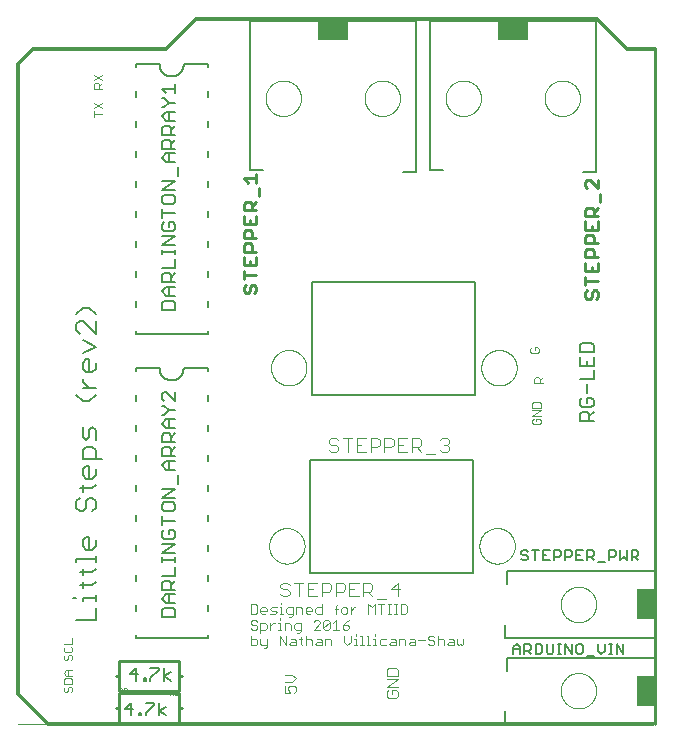
<source format=gto>
G75*
%MOIN*%
%OFA0B0*%
%FSLAX25Y25*%
%IPPOS*%
%LPD*%
%AMOC8*
5,1,8,0,0,1.08239X$1,22.5*
%
%ADD10C,0.00000*%
%ADD11C,0.00200*%
%ADD12C,0.01000*%
%ADD13C,0.01200*%
%ADD14C,0.00300*%
%ADD15C,0.00600*%
%ADD16C,0.00500*%
%ADD17C,0.00100*%
%ADD18C,0.00800*%
%ADD19R,0.09843X0.05906*%
%ADD20C,0.00900*%
%ADD21R,0.05906X0.09843*%
%ADD22C,0.00700*%
%ADD23C,0.00400*%
D10*
X0005000Y0005000D02*
X0015000Y0005000D01*
X0208701Y0005000D01*
X0185959Y0016250D02*
X0185961Y0016403D01*
X0185967Y0016557D01*
X0185977Y0016710D01*
X0185991Y0016862D01*
X0186009Y0017015D01*
X0186031Y0017166D01*
X0186056Y0017317D01*
X0186086Y0017468D01*
X0186120Y0017618D01*
X0186157Y0017766D01*
X0186198Y0017914D01*
X0186243Y0018060D01*
X0186292Y0018206D01*
X0186345Y0018350D01*
X0186401Y0018492D01*
X0186461Y0018633D01*
X0186525Y0018773D01*
X0186592Y0018911D01*
X0186663Y0019047D01*
X0186738Y0019181D01*
X0186815Y0019313D01*
X0186897Y0019443D01*
X0186981Y0019571D01*
X0187069Y0019697D01*
X0187160Y0019820D01*
X0187254Y0019941D01*
X0187352Y0020059D01*
X0187452Y0020175D01*
X0187556Y0020288D01*
X0187662Y0020399D01*
X0187771Y0020507D01*
X0187883Y0020612D01*
X0187997Y0020713D01*
X0188115Y0020812D01*
X0188234Y0020908D01*
X0188356Y0021001D01*
X0188481Y0021090D01*
X0188608Y0021177D01*
X0188737Y0021259D01*
X0188868Y0021339D01*
X0189001Y0021415D01*
X0189136Y0021488D01*
X0189273Y0021557D01*
X0189412Y0021622D01*
X0189552Y0021684D01*
X0189694Y0021742D01*
X0189837Y0021797D01*
X0189982Y0021848D01*
X0190128Y0021895D01*
X0190275Y0021938D01*
X0190423Y0021977D01*
X0190572Y0022013D01*
X0190722Y0022044D01*
X0190873Y0022072D01*
X0191024Y0022096D01*
X0191177Y0022116D01*
X0191329Y0022132D01*
X0191482Y0022144D01*
X0191635Y0022152D01*
X0191788Y0022156D01*
X0191942Y0022156D01*
X0192095Y0022152D01*
X0192248Y0022144D01*
X0192401Y0022132D01*
X0192553Y0022116D01*
X0192706Y0022096D01*
X0192857Y0022072D01*
X0193008Y0022044D01*
X0193158Y0022013D01*
X0193307Y0021977D01*
X0193455Y0021938D01*
X0193602Y0021895D01*
X0193748Y0021848D01*
X0193893Y0021797D01*
X0194036Y0021742D01*
X0194178Y0021684D01*
X0194318Y0021622D01*
X0194457Y0021557D01*
X0194594Y0021488D01*
X0194729Y0021415D01*
X0194862Y0021339D01*
X0194993Y0021259D01*
X0195122Y0021177D01*
X0195249Y0021090D01*
X0195374Y0021001D01*
X0195496Y0020908D01*
X0195615Y0020812D01*
X0195733Y0020713D01*
X0195847Y0020612D01*
X0195959Y0020507D01*
X0196068Y0020399D01*
X0196174Y0020288D01*
X0196278Y0020175D01*
X0196378Y0020059D01*
X0196476Y0019941D01*
X0196570Y0019820D01*
X0196661Y0019697D01*
X0196749Y0019571D01*
X0196833Y0019443D01*
X0196915Y0019313D01*
X0196992Y0019181D01*
X0197067Y0019047D01*
X0197138Y0018911D01*
X0197205Y0018773D01*
X0197269Y0018633D01*
X0197329Y0018492D01*
X0197385Y0018350D01*
X0197438Y0018206D01*
X0197487Y0018060D01*
X0197532Y0017914D01*
X0197573Y0017766D01*
X0197610Y0017618D01*
X0197644Y0017468D01*
X0197674Y0017317D01*
X0197699Y0017166D01*
X0197721Y0017015D01*
X0197739Y0016862D01*
X0197753Y0016710D01*
X0197763Y0016557D01*
X0197769Y0016403D01*
X0197771Y0016250D01*
X0197769Y0016097D01*
X0197763Y0015943D01*
X0197753Y0015790D01*
X0197739Y0015638D01*
X0197721Y0015485D01*
X0197699Y0015334D01*
X0197674Y0015183D01*
X0197644Y0015032D01*
X0197610Y0014882D01*
X0197573Y0014734D01*
X0197532Y0014586D01*
X0197487Y0014440D01*
X0197438Y0014294D01*
X0197385Y0014150D01*
X0197329Y0014008D01*
X0197269Y0013867D01*
X0197205Y0013727D01*
X0197138Y0013589D01*
X0197067Y0013453D01*
X0196992Y0013319D01*
X0196915Y0013187D01*
X0196833Y0013057D01*
X0196749Y0012929D01*
X0196661Y0012803D01*
X0196570Y0012680D01*
X0196476Y0012559D01*
X0196378Y0012441D01*
X0196278Y0012325D01*
X0196174Y0012212D01*
X0196068Y0012101D01*
X0195959Y0011993D01*
X0195847Y0011888D01*
X0195733Y0011787D01*
X0195615Y0011688D01*
X0195496Y0011592D01*
X0195374Y0011499D01*
X0195249Y0011410D01*
X0195122Y0011323D01*
X0194993Y0011241D01*
X0194862Y0011161D01*
X0194729Y0011085D01*
X0194594Y0011012D01*
X0194457Y0010943D01*
X0194318Y0010878D01*
X0194178Y0010816D01*
X0194036Y0010758D01*
X0193893Y0010703D01*
X0193748Y0010652D01*
X0193602Y0010605D01*
X0193455Y0010562D01*
X0193307Y0010523D01*
X0193158Y0010487D01*
X0193008Y0010456D01*
X0192857Y0010428D01*
X0192706Y0010404D01*
X0192553Y0010384D01*
X0192401Y0010368D01*
X0192248Y0010356D01*
X0192095Y0010348D01*
X0191942Y0010344D01*
X0191788Y0010344D01*
X0191635Y0010348D01*
X0191482Y0010356D01*
X0191329Y0010368D01*
X0191177Y0010384D01*
X0191024Y0010404D01*
X0190873Y0010428D01*
X0190722Y0010456D01*
X0190572Y0010487D01*
X0190423Y0010523D01*
X0190275Y0010562D01*
X0190128Y0010605D01*
X0189982Y0010652D01*
X0189837Y0010703D01*
X0189694Y0010758D01*
X0189552Y0010816D01*
X0189412Y0010878D01*
X0189273Y0010943D01*
X0189136Y0011012D01*
X0189001Y0011085D01*
X0188868Y0011161D01*
X0188737Y0011241D01*
X0188608Y0011323D01*
X0188481Y0011410D01*
X0188356Y0011499D01*
X0188234Y0011592D01*
X0188115Y0011688D01*
X0187997Y0011787D01*
X0187883Y0011888D01*
X0187771Y0011993D01*
X0187662Y0012101D01*
X0187556Y0012212D01*
X0187452Y0012325D01*
X0187352Y0012441D01*
X0187254Y0012559D01*
X0187160Y0012680D01*
X0187069Y0012803D01*
X0186981Y0012929D01*
X0186897Y0013057D01*
X0186815Y0013187D01*
X0186738Y0013319D01*
X0186663Y0013453D01*
X0186592Y0013589D01*
X0186525Y0013727D01*
X0186461Y0013867D01*
X0186401Y0014008D01*
X0186345Y0014150D01*
X0186292Y0014294D01*
X0186243Y0014440D01*
X0186198Y0014586D01*
X0186157Y0014734D01*
X0186120Y0014882D01*
X0186086Y0015032D01*
X0186056Y0015183D01*
X0186031Y0015334D01*
X0186009Y0015485D01*
X0185991Y0015638D01*
X0185977Y0015790D01*
X0185967Y0015943D01*
X0185961Y0016097D01*
X0185959Y0016250D01*
X0185959Y0045000D02*
X0185961Y0045153D01*
X0185967Y0045307D01*
X0185977Y0045460D01*
X0185991Y0045612D01*
X0186009Y0045765D01*
X0186031Y0045916D01*
X0186056Y0046067D01*
X0186086Y0046218D01*
X0186120Y0046368D01*
X0186157Y0046516D01*
X0186198Y0046664D01*
X0186243Y0046810D01*
X0186292Y0046956D01*
X0186345Y0047100D01*
X0186401Y0047242D01*
X0186461Y0047383D01*
X0186525Y0047523D01*
X0186592Y0047661D01*
X0186663Y0047797D01*
X0186738Y0047931D01*
X0186815Y0048063D01*
X0186897Y0048193D01*
X0186981Y0048321D01*
X0187069Y0048447D01*
X0187160Y0048570D01*
X0187254Y0048691D01*
X0187352Y0048809D01*
X0187452Y0048925D01*
X0187556Y0049038D01*
X0187662Y0049149D01*
X0187771Y0049257D01*
X0187883Y0049362D01*
X0187997Y0049463D01*
X0188115Y0049562D01*
X0188234Y0049658D01*
X0188356Y0049751D01*
X0188481Y0049840D01*
X0188608Y0049927D01*
X0188737Y0050009D01*
X0188868Y0050089D01*
X0189001Y0050165D01*
X0189136Y0050238D01*
X0189273Y0050307D01*
X0189412Y0050372D01*
X0189552Y0050434D01*
X0189694Y0050492D01*
X0189837Y0050547D01*
X0189982Y0050598D01*
X0190128Y0050645D01*
X0190275Y0050688D01*
X0190423Y0050727D01*
X0190572Y0050763D01*
X0190722Y0050794D01*
X0190873Y0050822D01*
X0191024Y0050846D01*
X0191177Y0050866D01*
X0191329Y0050882D01*
X0191482Y0050894D01*
X0191635Y0050902D01*
X0191788Y0050906D01*
X0191942Y0050906D01*
X0192095Y0050902D01*
X0192248Y0050894D01*
X0192401Y0050882D01*
X0192553Y0050866D01*
X0192706Y0050846D01*
X0192857Y0050822D01*
X0193008Y0050794D01*
X0193158Y0050763D01*
X0193307Y0050727D01*
X0193455Y0050688D01*
X0193602Y0050645D01*
X0193748Y0050598D01*
X0193893Y0050547D01*
X0194036Y0050492D01*
X0194178Y0050434D01*
X0194318Y0050372D01*
X0194457Y0050307D01*
X0194594Y0050238D01*
X0194729Y0050165D01*
X0194862Y0050089D01*
X0194993Y0050009D01*
X0195122Y0049927D01*
X0195249Y0049840D01*
X0195374Y0049751D01*
X0195496Y0049658D01*
X0195615Y0049562D01*
X0195733Y0049463D01*
X0195847Y0049362D01*
X0195959Y0049257D01*
X0196068Y0049149D01*
X0196174Y0049038D01*
X0196278Y0048925D01*
X0196378Y0048809D01*
X0196476Y0048691D01*
X0196570Y0048570D01*
X0196661Y0048447D01*
X0196749Y0048321D01*
X0196833Y0048193D01*
X0196915Y0048063D01*
X0196992Y0047931D01*
X0197067Y0047797D01*
X0197138Y0047661D01*
X0197205Y0047523D01*
X0197269Y0047383D01*
X0197329Y0047242D01*
X0197385Y0047100D01*
X0197438Y0046956D01*
X0197487Y0046810D01*
X0197532Y0046664D01*
X0197573Y0046516D01*
X0197610Y0046368D01*
X0197644Y0046218D01*
X0197674Y0046067D01*
X0197699Y0045916D01*
X0197721Y0045765D01*
X0197739Y0045612D01*
X0197753Y0045460D01*
X0197763Y0045307D01*
X0197769Y0045153D01*
X0197771Y0045000D01*
X0197769Y0044847D01*
X0197763Y0044693D01*
X0197753Y0044540D01*
X0197739Y0044388D01*
X0197721Y0044235D01*
X0197699Y0044084D01*
X0197674Y0043933D01*
X0197644Y0043782D01*
X0197610Y0043632D01*
X0197573Y0043484D01*
X0197532Y0043336D01*
X0197487Y0043190D01*
X0197438Y0043044D01*
X0197385Y0042900D01*
X0197329Y0042758D01*
X0197269Y0042617D01*
X0197205Y0042477D01*
X0197138Y0042339D01*
X0197067Y0042203D01*
X0196992Y0042069D01*
X0196915Y0041937D01*
X0196833Y0041807D01*
X0196749Y0041679D01*
X0196661Y0041553D01*
X0196570Y0041430D01*
X0196476Y0041309D01*
X0196378Y0041191D01*
X0196278Y0041075D01*
X0196174Y0040962D01*
X0196068Y0040851D01*
X0195959Y0040743D01*
X0195847Y0040638D01*
X0195733Y0040537D01*
X0195615Y0040438D01*
X0195496Y0040342D01*
X0195374Y0040249D01*
X0195249Y0040160D01*
X0195122Y0040073D01*
X0194993Y0039991D01*
X0194862Y0039911D01*
X0194729Y0039835D01*
X0194594Y0039762D01*
X0194457Y0039693D01*
X0194318Y0039628D01*
X0194178Y0039566D01*
X0194036Y0039508D01*
X0193893Y0039453D01*
X0193748Y0039402D01*
X0193602Y0039355D01*
X0193455Y0039312D01*
X0193307Y0039273D01*
X0193158Y0039237D01*
X0193008Y0039206D01*
X0192857Y0039178D01*
X0192706Y0039154D01*
X0192553Y0039134D01*
X0192401Y0039118D01*
X0192248Y0039106D01*
X0192095Y0039098D01*
X0191942Y0039094D01*
X0191788Y0039094D01*
X0191635Y0039098D01*
X0191482Y0039106D01*
X0191329Y0039118D01*
X0191177Y0039134D01*
X0191024Y0039154D01*
X0190873Y0039178D01*
X0190722Y0039206D01*
X0190572Y0039237D01*
X0190423Y0039273D01*
X0190275Y0039312D01*
X0190128Y0039355D01*
X0189982Y0039402D01*
X0189837Y0039453D01*
X0189694Y0039508D01*
X0189552Y0039566D01*
X0189412Y0039628D01*
X0189273Y0039693D01*
X0189136Y0039762D01*
X0189001Y0039835D01*
X0188868Y0039911D01*
X0188737Y0039991D01*
X0188608Y0040073D01*
X0188481Y0040160D01*
X0188356Y0040249D01*
X0188234Y0040342D01*
X0188115Y0040438D01*
X0187997Y0040537D01*
X0187883Y0040638D01*
X0187771Y0040743D01*
X0187662Y0040851D01*
X0187556Y0040962D01*
X0187452Y0041075D01*
X0187352Y0041191D01*
X0187254Y0041309D01*
X0187160Y0041430D01*
X0187069Y0041553D01*
X0186981Y0041679D01*
X0186897Y0041807D01*
X0186815Y0041937D01*
X0186738Y0042069D01*
X0186663Y0042203D01*
X0186592Y0042339D01*
X0186525Y0042477D01*
X0186461Y0042617D01*
X0186401Y0042758D01*
X0186345Y0042900D01*
X0186292Y0043044D01*
X0186243Y0043190D01*
X0186198Y0043336D01*
X0186157Y0043484D01*
X0186120Y0043632D01*
X0186086Y0043782D01*
X0186056Y0043933D01*
X0186031Y0044084D01*
X0186009Y0044235D01*
X0185991Y0044388D01*
X0185977Y0044540D01*
X0185967Y0044693D01*
X0185961Y0044847D01*
X0185959Y0045000D01*
X0158848Y0064532D02*
X0158850Y0064685D01*
X0158856Y0064839D01*
X0158866Y0064992D01*
X0158880Y0065144D01*
X0158898Y0065297D01*
X0158920Y0065448D01*
X0158945Y0065599D01*
X0158975Y0065750D01*
X0159009Y0065900D01*
X0159046Y0066048D01*
X0159087Y0066196D01*
X0159132Y0066342D01*
X0159181Y0066488D01*
X0159234Y0066632D01*
X0159290Y0066774D01*
X0159350Y0066915D01*
X0159414Y0067055D01*
X0159481Y0067193D01*
X0159552Y0067329D01*
X0159627Y0067463D01*
X0159704Y0067595D01*
X0159786Y0067725D01*
X0159870Y0067853D01*
X0159958Y0067979D01*
X0160049Y0068102D01*
X0160143Y0068223D01*
X0160241Y0068341D01*
X0160341Y0068457D01*
X0160445Y0068570D01*
X0160551Y0068681D01*
X0160660Y0068789D01*
X0160772Y0068894D01*
X0160886Y0068995D01*
X0161004Y0069094D01*
X0161123Y0069190D01*
X0161245Y0069283D01*
X0161370Y0069372D01*
X0161497Y0069459D01*
X0161626Y0069541D01*
X0161757Y0069621D01*
X0161890Y0069697D01*
X0162025Y0069770D01*
X0162162Y0069839D01*
X0162301Y0069904D01*
X0162441Y0069966D01*
X0162583Y0070024D01*
X0162726Y0070079D01*
X0162871Y0070130D01*
X0163017Y0070177D01*
X0163164Y0070220D01*
X0163312Y0070259D01*
X0163461Y0070295D01*
X0163611Y0070326D01*
X0163762Y0070354D01*
X0163913Y0070378D01*
X0164066Y0070398D01*
X0164218Y0070414D01*
X0164371Y0070426D01*
X0164524Y0070434D01*
X0164677Y0070438D01*
X0164831Y0070438D01*
X0164984Y0070434D01*
X0165137Y0070426D01*
X0165290Y0070414D01*
X0165442Y0070398D01*
X0165595Y0070378D01*
X0165746Y0070354D01*
X0165897Y0070326D01*
X0166047Y0070295D01*
X0166196Y0070259D01*
X0166344Y0070220D01*
X0166491Y0070177D01*
X0166637Y0070130D01*
X0166782Y0070079D01*
X0166925Y0070024D01*
X0167067Y0069966D01*
X0167207Y0069904D01*
X0167346Y0069839D01*
X0167483Y0069770D01*
X0167618Y0069697D01*
X0167751Y0069621D01*
X0167882Y0069541D01*
X0168011Y0069459D01*
X0168138Y0069372D01*
X0168263Y0069283D01*
X0168385Y0069190D01*
X0168504Y0069094D01*
X0168622Y0068995D01*
X0168736Y0068894D01*
X0168848Y0068789D01*
X0168957Y0068681D01*
X0169063Y0068570D01*
X0169167Y0068457D01*
X0169267Y0068341D01*
X0169365Y0068223D01*
X0169459Y0068102D01*
X0169550Y0067979D01*
X0169638Y0067853D01*
X0169722Y0067725D01*
X0169804Y0067595D01*
X0169881Y0067463D01*
X0169956Y0067329D01*
X0170027Y0067193D01*
X0170094Y0067055D01*
X0170158Y0066915D01*
X0170218Y0066774D01*
X0170274Y0066632D01*
X0170327Y0066488D01*
X0170376Y0066342D01*
X0170421Y0066196D01*
X0170462Y0066048D01*
X0170499Y0065900D01*
X0170533Y0065750D01*
X0170563Y0065599D01*
X0170588Y0065448D01*
X0170610Y0065297D01*
X0170628Y0065144D01*
X0170642Y0064992D01*
X0170652Y0064839D01*
X0170658Y0064685D01*
X0170660Y0064532D01*
X0170658Y0064379D01*
X0170652Y0064225D01*
X0170642Y0064072D01*
X0170628Y0063920D01*
X0170610Y0063767D01*
X0170588Y0063616D01*
X0170563Y0063465D01*
X0170533Y0063314D01*
X0170499Y0063164D01*
X0170462Y0063016D01*
X0170421Y0062868D01*
X0170376Y0062722D01*
X0170327Y0062576D01*
X0170274Y0062432D01*
X0170218Y0062290D01*
X0170158Y0062149D01*
X0170094Y0062009D01*
X0170027Y0061871D01*
X0169956Y0061735D01*
X0169881Y0061601D01*
X0169804Y0061469D01*
X0169722Y0061339D01*
X0169638Y0061211D01*
X0169550Y0061085D01*
X0169459Y0060962D01*
X0169365Y0060841D01*
X0169267Y0060723D01*
X0169167Y0060607D01*
X0169063Y0060494D01*
X0168957Y0060383D01*
X0168848Y0060275D01*
X0168736Y0060170D01*
X0168622Y0060069D01*
X0168504Y0059970D01*
X0168385Y0059874D01*
X0168263Y0059781D01*
X0168138Y0059692D01*
X0168011Y0059605D01*
X0167882Y0059523D01*
X0167751Y0059443D01*
X0167618Y0059367D01*
X0167483Y0059294D01*
X0167346Y0059225D01*
X0167207Y0059160D01*
X0167067Y0059098D01*
X0166925Y0059040D01*
X0166782Y0058985D01*
X0166637Y0058934D01*
X0166491Y0058887D01*
X0166344Y0058844D01*
X0166196Y0058805D01*
X0166047Y0058769D01*
X0165897Y0058738D01*
X0165746Y0058710D01*
X0165595Y0058686D01*
X0165442Y0058666D01*
X0165290Y0058650D01*
X0165137Y0058638D01*
X0164984Y0058630D01*
X0164831Y0058626D01*
X0164677Y0058626D01*
X0164524Y0058630D01*
X0164371Y0058638D01*
X0164218Y0058650D01*
X0164066Y0058666D01*
X0163913Y0058686D01*
X0163762Y0058710D01*
X0163611Y0058738D01*
X0163461Y0058769D01*
X0163312Y0058805D01*
X0163164Y0058844D01*
X0163017Y0058887D01*
X0162871Y0058934D01*
X0162726Y0058985D01*
X0162583Y0059040D01*
X0162441Y0059098D01*
X0162301Y0059160D01*
X0162162Y0059225D01*
X0162025Y0059294D01*
X0161890Y0059367D01*
X0161757Y0059443D01*
X0161626Y0059523D01*
X0161497Y0059605D01*
X0161370Y0059692D01*
X0161245Y0059781D01*
X0161123Y0059874D01*
X0161004Y0059970D01*
X0160886Y0060069D01*
X0160772Y0060170D01*
X0160660Y0060275D01*
X0160551Y0060383D01*
X0160445Y0060494D01*
X0160341Y0060607D01*
X0160241Y0060723D01*
X0160143Y0060841D01*
X0160049Y0060962D01*
X0159958Y0061085D01*
X0159870Y0061211D01*
X0159786Y0061339D01*
X0159704Y0061469D01*
X0159627Y0061601D01*
X0159552Y0061735D01*
X0159481Y0061871D01*
X0159414Y0062009D01*
X0159350Y0062149D01*
X0159290Y0062290D01*
X0159234Y0062432D01*
X0159181Y0062576D01*
X0159132Y0062722D01*
X0159087Y0062868D01*
X0159046Y0063016D01*
X0159009Y0063164D01*
X0158975Y0063314D01*
X0158945Y0063465D01*
X0158920Y0063616D01*
X0158898Y0063767D01*
X0158880Y0063920D01*
X0158866Y0064072D01*
X0158856Y0064225D01*
X0158850Y0064379D01*
X0158848Y0064532D01*
X0159473Y0123907D02*
X0159475Y0124060D01*
X0159481Y0124214D01*
X0159491Y0124367D01*
X0159505Y0124519D01*
X0159523Y0124672D01*
X0159545Y0124823D01*
X0159570Y0124974D01*
X0159600Y0125125D01*
X0159634Y0125275D01*
X0159671Y0125423D01*
X0159712Y0125571D01*
X0159757Y0125717D01*
X0159806Y0125863D01*
X0159859Y0126007D01*
X0159915Y0126149D01*
X0159975Y0126290D01*
X0160039Y0126430D01*
X0160106Y0126568D01*
X0160177Y0126704D01*
X0160252Y0126838D01*
X0160329Y0126970D01*
X0160411Y0127100D01*
X0160495Y0127228D01*
X0160583Y0127354D01*
X0160674Y0127477D01*
X0160768Y0127598D01*
X0160866Y0127716D01*
X0160966Y0127832D01*
X0161070Y0127945D01*
X0161176Y0128056D01*
X0161285Y0128164D01*
X0161397Y0128269D01*
X0161511Y0128370D01*
X0161629Y0128469D01*
X0161748Y0128565D01*
X0161870Y0128658D01*
X0161995Y0128747D01*
X0162122Y0128834D01*
X0162251Y0128916D01*
X0162382Y0128996D01*
X0162515Y0129072D01*
X0162650Y0129145D01*
X0162787Y0129214D01*
X0162926Y0129279D01*
X0163066Y0129341D01*
X0163208Y0129399D01*
X0163351Y0129454D01*
X0163496Y0129505D01*
X0163642Y0129552D01*
X0163789Y0129595D01*
X0163937Y0129634D01*
X0164086Y0129670D01*
X0164236Y0129701D01*
X0164387Y0129729D01*
X0164538Y0129753D01*
X0164691Y0129773D01*
X0164843Y0129789D01*
X0164996Y0129801D01*
X0165149Y0129809D01*
X0165302Y0129813D01*
X0165456Y0129813D01*
X0165609Y0129809D01*
X0165762Y0129801D01*
X0165915Y0129789D01*
X0166067Y0129773D01*
X0166220Y0129753D01*
X0166371Y0129729D01*
X0166522Y0129701D01*
X0166672Y0129670D01*
X0166821Y0129634D01*
X0166969Y0129595D01*
X0167116Y0129552D01*
X0167262Y0129505D01*
X0167407Y0129454D01*
X0167550Y0129399D01*
X0167692Y0129341D01*
X0167832Y0129279D01*
X0167971Y0129214D01*
X0168108Y0129145D01*
X0168243Y0129072D01*
X0168376Y0128996D01*
X0168507Y0128916D01*
X0168636Y0128834D01*
X0168763Y0128747D01*
X0168888Y0128658D01*
X0169010Y0128565D01*
X0169129Y0128469D01*
X0169247Y0128370D01*
X0169361Y0128269D01*
X0169473Y0128164D01*
X0169582Y0128056D01*
X0169688Y0127945D01*
X0169792Y0127832D01*
X0169892Y0127716D01*
X0169990Y0127598D01*
X0170084Y0127477D01*
X0170175Y0127354D01*
X0170263Y0127228D01*
X0170347Y0127100D01*
X0170429Y0126970D01*
X0170506Y0126838D01*
X0170581Y0126704D01*
X0170652Y0126568D01*
X0170719Y0126430D01*
X0170783Y0126290D01*
X0170843Y0126149D01*
X0170899Y0126007D01*
X0170952Y0125863D01*
X0171001Y0125717D01*
X0171046Y0125571D01*
X0171087Y0125423D01*
X0171124Y0125275D01*
X0171158Y0125125D01*
X0171188Y0124974D01*
X0171213Y0124823D01*
X0171235Y0124672D01*
X0171253Y0124519D01*
X0171267Y0124367D01*
X0171277Y0124214D01*
X0171283Y0124060D01*
X0171285Y0123907D01*
X0171283Y0123754D01*
X0171277Y0123600D01*
X0171267Y0123447D01*
X0171253Y0123295D01*
X0171235Y0123142D01*
X0171213Y0122991D01*
X0171188Y0122840D01*
X0171158Y0122689D01*
X0171124Y0122539D01*
X0171087Y0122391D01*
X0171046Y0122243D01*
X0171001Y0122097D01*
X0170952Y0121951D01*
X0170899Y0121807D01*
X0170843Y0121665D01*
X0170783Y0121524D01*
X0170719Y0121384D01*
X0170652Y0121246D01*
X0170581Y0121110D01*
X0170506Y0120976D01*
X0170429Y0120844D01*
X0170347Y0120714D01*
X0170263Y0120586D01*
X0170175Y0120460D01*
X0170084Y0120337D01*
X0169990Y0120216D01*
X0169892Y0120098D01*
X0169792Y0119982D01*
X0169688Y0119869D01*
X0169582Y0119758D01*
X0169473Y0119650D01*
X0169361Y0119545D01*
X0169247Y0119444D01*
X0169129Y0119345D01*
X0169010Y0119249D01*
X0168888Y0119156D01*
X0168763Y0119067D01*
X0168636Y0118980D01*
X0168507Y0118898D01*
X0168376Y0118818D01*
X0168243Y0118742D01*
X0168108Y0118669D01*
X0167971Y0118600D01*
X0167832Y0118535D01*
X0167692Y0118473D01*
X0167550Y0118415D01*
X0167407Y0118360D01*
X0167262Y0118309D01*
X0167116Y0118262D01*
X0166969Y0118219D01*
X0166821Y0118180D01*
X0166672Y0118144D01*
X0166522Y0118113D01*
X0166371Y0118085D01*
X0166220Y0118061D01*
X0166067Y0118041D01*
X0165915Y0118025D01*
X0165762Y0118013D01*
X0165609Y0118005D01*
X0165456Y0118001D01*
X0165302Y0118001D01*
X0165149Y0118005D01*
X0164996Y0118013D01*
X0164843Y0118025D01*
X0164691Y0118041D01*
X0164538Y0118061D01*
X0164387Y0118085D01*
X0164236Y0118113D01*
X0164086Y0118144D01*
X0163937Y0118180D01*
X0163789Y0118219D01*
X0163642Y0118262D01*
X0163496Y0118309D01*
X0163351Y0118360D01*
X0163208Y0118415D01*
X0163066Y0118473D01*
X0162926Y0118535D01*
X0162787Y0118600D01*
X0162650Y0118669D01*
X0162515Y0118742D01*
X0162382Y0118818D01*
X0162251Y0118898D01*
X0162122Y0118980D01*
X0161995Y0119067D01*
X0161870Y0119156D01*
X0161748Y0119249D01*
X0161629Y0119345D01*
X0161511Y0119444D01*
X0161397Y0119545D01*
X0161285Y0119650D01*
X0161176Y0119758D01*
X0161070Y0119869D01*
X0160966Y0119982D01*
X0160866Y0120098D01*
X0160768Y0120216D01*
X0160674Y0120337D01*
X0160583Y0120460D01*
X0160495Y0120586D01*
X0160411Y0120714D01*
X0160329Y0120844D01*
X0160252Y0120976D01*
X0160177Y0121110D01*
X0160106Y0121246D01*
X0160039Y0121384D01*
X0159975Y0121524D01*
X0159915Y0121665D01*
X0159859Y0121807D01*
X0159806Y0121951D01*
X0159757Y0122097D01*
X0159712Y0122243D01*
X0159671Y0122391D01*
X0159634Y0122539D01*
X0159600Y0122689D01*
X0159570Y0122840D01*
X0159545Y0122991D01*
X0159523Y0123142D01*
X0159505Y0123295D01*
X0159491Y0123447D01*
X0159481Y0123600D01*
X0159475Y0123754D01*
X0159473Y0123907D01*
X0089394Y0123907D02*
X0089396Y0124060D01*
X0089402Y0124214D01*
X0089412Y0124367D01*
X0089426Y0124519D01*
X0089444Y0124672D01*
X0089466Y0124823D01*
X0089491Y0124974D01*
X0089521Y0125125D01*
X0089555Y0125275D01*
X0089592Y0125423D01*
X0089633Y0125571D01*
X0089678Y0125717D01*
X0089727Y0125863D01*
X0089780Y0126007D01*
X0089836Y0126149D01*
X0089896Y0126290D01*
X0089960Y0126430D01*
X0090027Y0126568D01*
X0090098Y0126704D01*
X0090173Y0126838D01*
X0090250Y0126970D01*
X0090332Y0127100D01*
X0090416Y0127228D01*
X0090504Y0127354D01*
X0090595Y0127477D01*
X0090689Y0127598D01*
X0090787Y0127716D01*
X0090887Y0127832D01*
X0090991Y0127945D01*
X0091097Y0128056D01*
X0091206Y0128164D01*
X0091318Y0128269D01*
X0091432Y0128370D01*
X0091550Y0128469D01*
X0091669Y0128565D01*
X0091791Y0128658D01*
X0091916Y0128747D01*
X0092043Y0128834D01*
X0092172Y0128916D01*
X0092303Y0128996D01*
X0092436Y0129072D01*
X0092571Y0129145D01*
X0092708Y0129214D01*
X0092847Y0129279D01*
X0092987Y0129341D01*
X0093129Y0129399D01*
X0093272Y0129454D01*
X0093417Y0129505D01*
X0093563Y0129552D01*
X0093710Y0129595D01*
X0093858Y0129634D01*
X0094007Y0129670D01*
X0094157Y0129701D01*
X0094308Y0129729D01*
X0094459Y0129753D01*
X0094612Y0129773D01*
X0094764Y0129789D01*
X0094917Y0129801D01*
X0095070Y0129809D01*
X0095223Y0129813D01*
X0095377Y0129813D01*
X0095530Y0129809D01*
X0095683Y0129801D01*
X0095836Y0129789D01*
X0095988Y0129773D01*
X0096141Y0129753D01*
X0096292Y0129729D01*
X0096443Y0129701D01*
X0096593Y0129670D01*
X0096742Y0129634D01*
X0096890Y0129595D01*
X0097037Y0129552D01*
X0097183Y0129505D01*
X0097328Y0129454D01*
X0097471Y0129399D01*
X0097613Y0129341D01*
X0097753Y0129279D01*
X0097892Y0129214D01*
X0098029Y0129145D01*
X0098164Y0129072D01*
X0098297Y0128996D01*
X0098428Y0128916D01*
X0098557Y0128834D01*
X0098684Y0128747D01*
X0098809Y0128658D01*
X0098931Y0128565D01*
X0099050Y0128469D01*
X0099168Y0128370D01*
X0099282Y0128269D01*
X0099394Y0128164D01*
X0099503Y0128056D01*
X0099609Y0127945D01*
X0099713Y0127832D01*
X0099813Y0127716D01*
X0099911Y0127598D01*
X0100005Y0127477D01*
X0100096Y0127354D01*
X0100184Y0127228D01*
X0100268Y0127100D01*
X0100350Y0126970D01*
X0100427Y0126838D01*
X0100502Y0126704D01*
X0100573Y0126568D01*
X0100640Y0126430D01*
X0100704Y0126290D01*
X0100764Y0126149D01*
X0100820Y0126007D01*
X0100873Y0125863D01*
X0100922Y0125717D01*
X0100967Y0125571D01*
X0101008Y0125423D01*
X0101045Y0125275D01*
X0101079Y0125125D01*
X0101109Y0124974D01*
X0101134Y0124823D01*
X0101156Y0124672D01*
X0101174Y0124519D01*
X0101188Y0124367D01*
X0101198Y0124214D01*
X0101204Y0124060D01*
X0101206Y0123907D01*
X0101204Y0123754D01*
X0101198Y0123600D01*
X0101188Y0123447D01*
X0101174Y0123295D01*
X0101156Y0123142D01*
X0101134Y0122991D01*
X0101109Y0122840D01*
X0101079Y0122689D01*
X0101045Y0122539D01*
X0101008Y0122391D01*
X0100967Y0122243D01*
X0100922Y0122097D01*
X0100873Y0121951D01*
X0100820Y0121807D01*
X0100764Y0121665D01*
X0100704Y0121524D01*
X0100640Y0121384D01*
X0100573Y0121246D01*
X0100502Y0121110D01*
X0100427Y0120976D01*
X0100350Y0120844D01*
X0100268Y0120714D01*
X0100184Y0120586D01*
X0100096Y0120460D01*
X0100005Y0120337D01*
X0099911Y0120216D01*
X0099813Y0120098D01*
X0099713Y0119982D01*
X0099609Y0119869D01*
X0099503Y0119758D01*
X0099394Y0119650D01*
X0099282Y0119545D01*
X0099168Y0119444D01*
X0099050Y0119345D01*
X0098931Y0119249D01*
X0098809Y0119156D01*
X0098684Y0119067D01*
X0098557Y0118980D01*
X0098428Y0118898D01*
X0098297Y0118818D01*
X0098164Y0118742D01*
X0098029Y0118669D01*
X0097892Y0118600D01*
X0097753Y0118535D01*
X0097613Y0118473D01*
X0097471Y0118415D01*
X0097328Y0118360D01*
X0097183Y0118309D01*
X0097037Y0118262D01*
X0096890Y0118219D01*
X0096742Y0118180D01*
X0096593Y0118144D01*
X0096443Y0118113D01*
X0096292Y0118085D01*
X0096141Y0118061D01*
X0095988Y0118041D01*
X0095836Y0118025D01*
X0095683Y0118013D01*
X0095530Y0118005D01*
X0095377Y0118001D01*
X0095223Y0118001D01*
X0095070Y0118005D01*
X0094917Y0118013D01*
X0094764Y0118025D01*
X0094612Y0118041D01*
X0094459Y0118061D01*
X0094308Y0118085D01*
X0094157Y0118113D01*
X0094007Y0118144D01*
X0093858Y0118180D01*
X0093710Y0118219D01*
X0093563Y0118262D01*
X0093417Y0118309D01*
X0093272Y0118360D01*
X0093129Y0118415D01*
X0092987Y0118473D01*
X0092847Y0118535D01*
X0092708Y0118600D01*
X0092571Y0118669D01*
X0092436Y0118742D01*
X0092303Y0118818D01*
X0092172Y0118898D01*
X0092043Y0118980D01*
X0091916Y0119067D01*
X0091791Y0119156D01*
X0091669Y0119249D01*
X0091550Y0119345D01*
X0091432Y0119444D01*
X0091318Y0119545D01*
X0091206Y0119650D01*
X0091097Y0119758D01*
X0090991Y0119869D01*
X0090887Y0119982D01*
X0090787Y0120098D01*
X0090689Y0120216D01*
X0090595Y0120337D01*
X0090504Y0120460D01*
X0090416Y0120586D01*
X0090332Y0120714D01*
X0090250Y0120844D01*
X0090173Y0120976D01*
X0090098Y0121110D01*
X0090027Y0121246D01*
X0089960Y0121384D01*
X0089896Y0121524D01*
X0089836Y0121665D01*
X0089780Y0121807D01*
X0089727Y0121951D01*
X0089678Y0122097D01*
X0089633Y0122243D01*
X0089592Y0122391D01*
X0089555Y0122539D01*
X0089521Y0122689D01*
X0089491Y0122840D01*
X0089466Y0122991D01*
X0089444Y0123142D01*
X0089426Y0123295D01*
X0089412Y0123447D01*
X0089402Y0123600D01*
X0089396Y0123754D01*
X0089394Y0123907D01*
X0088769Y0064532D02*
X0088771Y0064685D01*
X0088777Y0064839D01*
X0088787Y0064992D01*
X0088801Y0065144D01*
X0088819Y0065297D01*
X0088841Y0065448D01*
X0088866Y0065599D01*
X0088896Y0065750D01*
X0088930Y0065900D01*
X0088967Y0066048D01*
X0089008Y0066196D01*
X0089053Y0066342D01*
X0089102Y0066488D01*
X0089155Y0066632D01*
X0089211Y0066774D01*
X0089271Y0066915D01*
X0089335Y0067055D01*
X0089402Y0067193D01*
X0089473Y0067329D01*
X0089548Y0067463D01*
X0089625Y0067595D01*
X0089707Y0067725D01*
X0089791Y0067853D01*
X0089879Y0067979D01*
X0089970Y0068102D01*
X0090064Y0068223D01*
X0090162Y0068341D01*
X0090262Y0068457D01*
X0090366Y0068570D01*
X0090472Y0068681D01*
X0090581Y0068789D01*
X0090693Y0068894D01*
X0090807Y0068995D01*
X0090925Y0069094D01*
X0091044Y0069190D01*
X0091166Y0069283D01*
X0091291Y0069372D01*
X0091418Y0069459D01*
X0091547Y0069541D01*
X0091678Y0069621D01*
X0091811Y0069697D01*
X0091946Y0069770D01*
X0092083Y0069839D01*
X0092222Y0069904D01*
X0092362Y0069966D01*
X0092504Y0070024D01*
X0092647Y0070079D01*
X0092792Y0070130D01*
X0092938Y0070177D01*
X0093085Y0070220D01*
X0093233Y0070259D01*
X0093382Y0070295D01*
X0093532Y0070326D01*
X0093683Y0070354D01*
X0093834Y0070378D01*
X0093987Y0070398D01*
X0094139Y0070414D01*
X0094292Y0070426D01*
X0094445Y0070434D01*
X0094598Y0070438D01*
X0094752Y0070438D01*
X0094905Y0070434D01*
X0095058Y0070426D01*
X0095211Y0070414D01*
X0095363Y0070398D01*
X0095516Y0070378D01*
X0095667Y0070354D01*
X0095818Y0070326D01*
X0095968Y0070295D01*
X0096117Y0070259D01*
X0096265Y0070220D01*
X0096412Y0070177D01*
X0096558Y0070130D01*
X0096703Y0070079D01*
X0096846Y0070024D01*
X0096988Y0069966D01*
X0097128Y0069904D01*
X0097267Y0069839D01*
X0097404Y0069770D01*
X0097539Y0069697D01*
X0097672Y0069621D01*
X0097803Y0069541D01*
X0097932Y0069459D01*
X0098059Y0069372D01*
X0098184Y0069283D01*
X0098306Y0069190D01*
X0098425Y0069094D01*
X0098543Y0068995D01*
X0098657Y0068894D01*
X0098769Y0068789D01*
X0098878Y0068681D01*
X0098984Y0068570D01*
X0099088Y0068457D01*
X0099188Y0068341D01*
X0099286Y0068223D01*
X0099380Y0068102D01*
X0099471Y0067979D01*
X0099559Y0067853D01*
X0099643Y0067725D01*
X0099725Y0067595D01*
X0099802Y0067463D01*
X0099877Y0067329D01*
X0099948Y0067193D01*
X0100015Y0067055D01*
X0100079Y0066915D01*
X0100139Y0066774D01*
X0100195Y0066632D01*
X0100248Y0066488D01*
X0100297Y0066342D01*
X0100342Y0066196D01*
X0100383Y0066048D01*
X0100420Y0065900D01*
X0100454Y0065750D01*
X0100484Y0065599D01*
X0100509Y0065448D01*
X0100531Y0065297D01*
X0100549Y0065144D01*
X0100563Y0064992D01*
X0100573Y0064839D01*
X0100579Y0064685D01*
X0100581Y0064532D01*
X0100579Y0064379D01*
X0100573Y0064225D01*
X0100563Y0064072D01*
X0100549Y0063920D01*
X0100531Y0063767D01*
X0100509Y0063616D01*
X0100484Y0063465D01*
X0100454Y0063314D01*
X0100420Y0063164D01*
X0100383Y0063016D01*
X0100342Y0062868D01*
X0100297Y0062722D01*
X0100248Y0062576D01*
X0100195Y0062432D01*
X0100139Y0062290D01*
X0100079Y0062149D01*
X0100015Y0062009D01*
X0099948Y0061871D01*
X0099877Y0061735D01*
X0099802Y0061601D01*
X0099725Y0061469D01*
X0099643Y0061339D01*
X0099559Y0061211D01*
X0099471Y0061085D01*
X0099380Y0060962D01*
X0099286Y0060841D01*
X0099188Y0060723D01*
X0099088Y0060607D01*
X0098984Y0060494D01*
X0098878Y0060383D01*
X0098769Y0060275D01*
X0098657Y0060170D01*
X0098543Y0060069D01*
X0098425Y0059970D01*
X0098306Y0059874D01*
X0098184Y0059781D01*
X0098059Y0059692D01*
X0097932Y0059605D01*
X0097803Y0059523D01*
X0097672Y0059443D01*
X0097539Y0059367D01*
X0097404Y0059294D01*
X0097267Y0059225D01*
X0097128Y0059160D01*
X0096988Y0059098D01*
X0096846Y0059040D01*
X0096703Y0058985D01*
X0096558Y0058934D01*
X0096412Y0058887D01*
X0096265Y0058844D01*
X0096117Y0058805D01*
X0095968Y0058769D01*
X0095818Y0058738D01*
X0095667Y0058710D01*
X0095516Y0058686D01*
X0095363Y0058666D01*
X0095211Y0058650D01*
X0095058Y0058638D01*
X0094905Y0058630D01*
X0094752Y0058626D01*
X0094598Y0058626D01*
X0094445Y0058630D01*
X0094292Y0058638D01*
X0094139Y0058650D01*
X0093987Y0058666D01*
X0093834Y0058686D01*
X0093683Y0058710D01*
X0093532Y0058738D01*
X0093382Y0058769D01*
X0093233Y0058805D01*
X0093085Y0058844D01*
X0092938Y0058887D01*
X0092792Y0058934D01*
X0092647Y0058985D01*
X0092504Y0059040D01*
X0092362Y0059098D01*
X0092222Y0059160D01*
X0092083Y0059225D01*
X0091946Y0059294D01*
X0091811Y0059367D01*
X0091678Y0059443D01*
X0091547Y0059523D01*
X0091418Y0059605D01*
X0091291Y0059692D01*
X0091166Y0059781D01*
X0091044Y0059874D01*
X0090925Y0059970D01*
X0090807Y0060069D01*
X0090693Y0060170D01*
X0090581Y0060275D01*
X0090472Y0060383D01*
X0090366Y0060494D01*
X0090262Y0060607D01*
X0090162Y0060723D01*
X0090064Y0060841D01*
X0089970Y0060962D01*
X0089879Y0061085D01*
X0089791Y0061211D01*
X0089707Y0061339D01*
X0089625Y0061469D01*
X0089548Y0061601D01*
X0089473Y0061735D01*
X0089402Y0061871D01*
X0089335Y0062009D01*
X0089271Y0062149D01*
X0089211Y0062290D01*
X0089155Y0062432D01*
X0089102Y0062576D01*
X0089053Y0062722D01*
X0089008Y0062868D01*
X0088967Y0063016D01*
X0088930Y0063164D01*
X0088896Y0063314D01*
X0088866Y0063465D01*
X0088841Y0063616D01*
X0088819Y0063767D01*
X0088801Y0063920D01*
X0088787Y0064072D01*
X0088777Y0064225D01*
X0088771Y0064379D01*
X0088769Y0064532D01*
X0087594Y0213740D02*
X0087596Y0213893D01*
X0087602Y0214047D01*
X0087612Y0214200D01*
X0087626Y0214352D01*
X0087644Y0214505D01*
X0087666Y0214656D01*
X0087691Y0214807D01*
X0087721Y0214958D01*
X0087755Y0215108D01*
X0087792Y0215256D01*
X0087833Y0215404D01*
X0087878Y0215550D01*
X0087927Y0215696D01*
X0087980Y0215840D01*
X0088036Y0215982D01*
X0088096Y0216123D01*
X0088160Y0216263D01*
X0088227Y0216401D01*
X0088298Y0216537D01*
X0088373Y0216671D01*
X0088450Y0216803D01*
X0088532Y0216933D01*
X0088616Y0217061D01*
X0088704Y0217187D01*
X0088795Y0217310D01*
X0088889Y0217431D01*
X0088987Y0217549D01*
X0089087Y0217665D01*
X0089191Y0217778D01*
X0089297Y0217889D01*
X0089406Y0217997D01*
X0089518Y0218102D01*
X0089632Y0218203D01*
X0089750Y0218302D01*
X0089869Y0218398D01*
X0089991Y0218491D01*
X0090116Y0218580D01*
X0090243Y0218667D01*
X0090372Y0218749D01*
X0090503Y0218829D01*
X0090636Y0218905D01*
X0090771Y0218978D01*
X0090908Y0219047D01*
X0091047Y0219112D01*
X0091187Y0219174D01*
X0091329Y0219232D01*
X0091472Y0219287D01*
X0091617Y0219338D01*
X0091763Y0219385D01*
X0091910Y0219428D01*
X0092058Y0219467D01*
X0092207Y0219503D01*
X0092357Y0219534D01*
X0092508Y0219562D01*
X0092659Y0219586D01*
X0092812Y0219606D01*
X0092964Y0219622D01*
X0093117Y0219634D01*
X0093270Y0219642D01*
X0093423Y0219646D01*
X0093577Y0219646D01*
X0093730Y0219642D01*
X0093883Y0219634D01*
X0094036Y0219622D01*
X0094188Y0219606D01*
X0094341Y0219586D01*
X0094492Y0219562D01*
X0094643Y0219534D01*
X0094793Y0219503D01*
X0094942Y0219467D01*
X0095090Y0219428D01*
X0095237Y0219385D01*
X0095383Y0219338D01*
X0095528Y0219287D01*
X0095671Y0219232D01*
X0095813Y0219174D01*
X0095953Y0219112D01*
X0096092Y0219047D01*
X0096229Y0218978D01*
X0096364Y0218905D01*
X0096497Y0218829D01*
X0096628Y0218749D01*
X0096757Y0218667D01*
X0096884Y0218580D01*
X0097009Y0218491D01*
X0097131Y0218398D01*
X0097250Y0218302D01*
X0097368Y0218203D01*
X0097482Y0218102D01*
X0097594Y0217997D01*
X0097703Y0217889D01*
X0097809Y0217778D01*
X0097913Y0217665D01*
X0098013Y0217549D01*
X0098111Y0217431D01*
X0098205Y0217310D01*
X0098296Y0217187D01*
X0098384Y0217061D01*
X0098468Y0216933D01*
X0098550Y0216803D01*
X0098627Y0216671D01*
X0098702Y0216537D01*
X0098773Y0216401D01*
X0098840Y0216263D01*
X0098904Y0216123D01*
X0098964Y0215982D01*
X0099020Y0215840D01*
X0099073Y0215696D01*
X0099122Y0215550D01*
X0099167Y0215404D01*
X0099208Y0215256D01*
X0099245Y0215108D01*
X0099279Y0214958D01*
X0099309Y0214807D01*
X0099334Y0214656D01*
X0099356Y0214505D01*
X0099374Y0214352D01*
X0099388Y0214200D01*
X0099398Y0214047D01*
X0099404Y0213893D01*
X0099406Y0213740D01*
X0099404Y0213587D01*
X0099398Y0213433D01*
X0099388Y0213280D01*
X0099374Y0213128D01*
X0099356Y0212975D01*
X0099334Y0212824D01*
X0099309Y0212673D01*
X0099279Y0212522D01*
X0099245Y0212372D01*
X0099208Y0212224D01*
X0099167Y0212076D01*
X0099122Y0211930D01*
X0099073Y0211784D01*
X0099020Y0211640D01*
X0098964Y0211498D01*
X0098904Y0211357D01*
X0098840Y0211217D01*
X0098773Y0211079D01*
X0098702Y0210943D01*
X0098627Y0210809D01*
X0098550Y0210677D01*
X0098468Y0210547D01*
X0098384Y0210419D01*
X0098296Y0210293D01*
X0098205Y0210170D01*
X0098111Y0210049D01*
X0098013Y0209931D01*
X0097913Y0209815D01*
X0097809Y0209702D01*
X0097703Y0209591D01*
X0097594Y0209483D01*
X0097482Y0209378D01*
X0097368Y0209277D01*
X0097250Y0209178D01*
X0097131Y0209082D01*
X0097009Y0208989D01*
X0096884Y0208900D01*
X0096757Y0208813D01*
X0096628Y0208731D01*
X0096497Y0208651D01*
X0096364Y0208575D01*
X0096229Y0208502D01*
X0096092Y0208433D01*
X0095953Y0208368D01*
X0095813Y0208306D01*
X0095671Y0208248D01*
X0095528Y0208193D01*
X0095383Y0208142D01*
X0095237Y0208095D01*
X0095090Y0208052D01*
X0094942Y0208013D01*
X0094793Y0207977D01*
X0094643Y0207946D01*
X0094492Y0207918D01*
X0094341Y0207894D01*
X0094188Y0207874D01*
X0094036Y0207858D01*
X0093883Y0207846D01*
X0093730Y0207838D01*
X0093577Y0207834D01*
X0093423Y0207834D01*
X0093270Y0207838D01*
X0093117Y0207846D01*
X0092964Y0207858D01*
X0092812Y0207874D01*
X0092659Y0207894D01*
X0092508Y0207918D01*
X0092357Y0207946D01*
X0092207Y0207977D01*
X0092058Y0208013D01*
X0091910Y0208052D01*
X0091763Y0208095D01*
X0091617Y0208142D01*
X0091472Y0208193D01*
X0091329Y0208248D01*
X0091187Y0208306D01*
X0091047Y0208368D01*
X0090908Y0208433D01*
X0090771Y0208502D01*
X0090636Y0208575D01*
X0090503Y0208651D01*
X0090372Y0208731D01*
X0090243Y0208813D01*
X0090116Y0208900D01*
X0089991Y0208989D01*
X0089869Y0209082D01*
X0089750Y0209178D01*
X0089632Y0209277D01*
X0089518Y0209378D01*
X0089406Y0209483D01*
X0089297Y0209591D01*
X0089191Y0209702D01*
X0089087Y0209815D01*
X0088987Y0209931D01*
X0088889Y0210049D01*
X0088795Y0210170D01*
X0088704Y0210293D01*
X0088616Y0210419D01*
X0088532Y0210547D01*
X0088450Y0210677D01*
X0088373Y0210809D01*
X0088298Y0210943D01*
X0088227Y0211079D01*
X0088160Y0211217D01*
X0088096Y0211357D01*
X0088036Y0211498D01*
X0087980Y0211640D01*
X0087927Y0211784D01*
X0087878Y0211930D01*
X0087833Y0212076D01*
X0087792Y0212224D01*
X0087755Y0212372D01*
X0087721Y0212522D01*
X0087691Y0212673D01*
X0087666Y0212824D01*
X0087644Y0212975D01*
X0087626Y0213128D01*
X0087612Y0213280D01*
X0087602Y0213433D01*
X0087596Y0213587D01*
X0087594Y0213740D01*
X0120594Y0213740D02*
X0120596Y0213893D01*
X0120602Y0214047D01*
X0120612Y0214200D01*
X0120626Y0214352D01*
X0120644Y0214505D01*
X0120666Y0214656D01*
X0120691Y0214807D01*
X0120721Y0214958D01*
X0120755Y0215108D01*
X0120792Y0215256D01*
X0120833Y0215404D01*
X0120878Y0215550D01*
X0120927Y0215696D01*
X0120980Y0215840D01*
X0121036Y0215982D01*
X0121096Y0216123D01*
X0121160Y0216263D01*
X0121227Y0216401D01*
X0121298Y0216537D01*
X0121373Y0216671D01*
X0121450Y0216803D01*
X0121532Y0216933D01*
X0121616Y0217061D01*
X0121704Y0217187D01*
X0121795Y0217310D01*
X0121889Y0217431D01*
X0121987Y0217549D01*
X0122087Y0217665D01*
X0122191Y0217778D01*
X0122297Y0217889D01*
X0122406Y0217997D01*
X0122518Y0218102D01*
X0122632Y0218203D01*
X0122750Y0218302D01*
X0122869Y0218398D01*
X0122991Y0218491D01*
X0123116Y0218580D01*
X0123243Y0218667D01*
X0123372Y0218749D01*
X0123503Y0218829D01*
X0123636Y0218905D01*
X0123771Y0218978D01*
X0123908Y0219047D01*
X0124047Y0219112D01*
X0124187Y0219174D01*
X0124329Y0219232D01*
X0124472Y0219287D01*
X0124617Y0219338D01*
X0124763Y0219385D01*
X0124910Y0219428D01*
X0125058Y0219467D01*
X0125207Y0219503D01*
X0125357Y0219534D01*
X0125508Y0219562D01*
X0125659Y0219586D01*
X0125812Y0219606D01*
X0125964Y0219622D01*
X0126117Y0219634D01*
X0126270Y0219642D01*
X0126423Y0219646D01*
X0126577Y0219646D01*
X0126730Y0219642D01*
X0126883Y0219634D01*
X0127036Y0219622D01*
X0127188Y0219606D01*
X0127341Y0219586D01*
X0127492Y0219562D01*
X0127643Y0219534D01*
X0127793Y0219503D01*
X0127942Y0219467D01*
X0128090Y0219428D01*
X0128237Y0219385D01*
X0128383Y0219338D01*
X0128528Y0219287D01*
X0128671Y0219232D01*
X0128813Y0219174D01*
X0128953Y0219112D01*
X0129092Y0219047D01*
X0129229Y0218978D01*
X0129364Y0218905D01*
X0129497Y0218829D01*
X0129628Y0218749D01*
X0129757Y0218667D01*
X0129884Y0218580D01*
X0130009Y0218491D01*
X0130131Y0218398D01*
X0130250Y0218302D01*
X0130368Y0218203D01*
X0130482Y0218102D01*
X0130594Y0217997D01*
X0130703Y0217889D01*
X0130809Y0217778D01*
X0130913Y0217665D01*
X0131013Y0217549D01*
X0131111Y0217431D01*
X0131205Y0217310D01*
X0131296Y0217187D01*
X0131384Y0217061D01*
X0131468Y0216933D01*
X0131550Y0216803D01*
X0131627Y0216671D01*
X0131702Y0216537D01*
X0131773Y0216401D01*
X0131840Y0216263D01*
X0131904Y0216123D01*
X0131964Y0215982D01*
X0132020Y0215840D01*
X0132073Y0215696D01*
X0132122Y0215550D01*
X0132167Y0215404D01*
X0132208Y0215256D01*
X0132245Y0215108D01*
X0132279Y0214958D01*
X0132309Y0214807D01*
X0132334Y0214656D01*
X0132356Y0214505D01*
X0132374Y0214352D01*
X0132388Y0214200D01*
X0132398Y0214047D01*
X0132404Y0213893D01*
X0132406Y0213740D01*
X0132404Y0213587D01*
X0132398Y0213433D01*
X0132388Y0213280D01*
X0132374Y0213128D01*
X0132356Y0212975D01*
X0132334Y0212824D01*
X0132309Y0212673D01*
X0132279Y0212522D01*
X0132245Y0212372D01*
X0132208Y0212224D01*
X0132167Y0212076D01*
X0132122Y0211930D01*
X0132073Y0211784D01*
X0132020Y0211640D01*
X0131964Y0211498D01*
X0131904Y0211357D01*
X0131840Y0211217D01*
X0131773Y0211079D01*
X0131702Y0210943D01*
X0131627Y0210809D01*
X0131550Y0210677D01*
X0131468Y0210547D01*
X0131384Y0210419D01*
X0131296Y0210293D01*
X0131205Y0210170D01*
X0131111Y0210049D01*
X0131013Y0209931D01*
X0130913Y0209815D01*
X0130809Y0209702D01*
X0130703Y0209591D01*
X0130594Y0209483D01*
X0130482Y0209378D01*
X0130368Y0209277D01*
X0130250Y0209178D01*
X0130131Y0209082D01*
X0130009Y0208989D01*
X0129884Y0208900D01*
X0129757Y0208813D01*
X0129628Y0208731D01*
X0129497Y0208651D01*
X0129364Y0208575D01*
X0129229Y0208502D01*
X0129092Y0208433D01*
X0128953Y0208368D01*
X0128813Y0208306D01*
X0128671Y0208248D01*
X0128528Y0208193D01*
X0128383Y0208142D01*
X0128237Y0208095D01*
X0128090Y0208052D01*
X0127942Y0208013D01*
X0127793Y0207977D01*
X0127643Y0207946D01*
X0127492Y0207918D01*
X0127341Y0207894D01*
X0127188Y0207874D01*
X0127036Y0207858D01*
X0126883Y0207846D01*
X0126730Y0207838D01*
X0126577Y0207834D01*
X0126423Y0207834D01*
X0126270Y0207838D01*
X0126117Y0207846D01*
X0125964Y0207858D01*
X0125812Y0207874D01*
X0125659Y0207894D01*
X0125508Y0207918D01*
X0125357Y0207946D01*
X0125207Y0207977D01*
X0125058Y0208013D01*
X0124910Y0208052D01*
X0124763Y0208095D01*
X0124617Y0208142D01*
X0124472Y0208193D01*
X0124329Y0208248D01*
X0124187Y0208306D01*
X0124047Y0208368D01*
X0123908Y0208433D01*
X0123771Y0208502D01*
X0123636Y0208575D01*
X0123503Y0208651D01*
X0123372Y0208731D01*
X0123243Y0208813D01*
X0123116Y0208900D01*
X0122991Y0208989D01*
X0122869Y0209082D01*
X0122750Y0209178D01*
X0122632Y0209277D01*
X0122518Y0209378D01*
X0122406Y0209483D01*
X0122297Y0209591D01*
X0122191Y0209702D01*
X0122087Y0209815D01*
X0121987Y0209931D01*
X0121889Y0210049D01*
X0121795Y0210170D01*
X0121704Y0210293D01*
X0121616Y0210419D01*
X0121532Y0210547D01*
X0121450Y0210677D01*
X0121373Y0210809D01*
X0121298Y0210943D01*
X0121227Y0211079D01*
X0121160Y0211217D01*
X0121096Y0211357D01*
X0121036Y0211498D01*
X0120980Y0211640D01*
X0120927Y0211784D01*
X0120878Y0211930D01*
X0120833Y0212076D01*
X0120792Y0212224D01*
X0120755Y0212372D01*
X0120721Y0212522D01*
X0120691Y0212673D01*
X0120666Y0212824D01*
X0120644Y0212975D01*
X0120626Y0213128D01*
X0120612Y0213280D01*
X0120602Y0213433D01*
X0120596Y0213587D01*
X0120594Y0213740D01*
X0147594Y0213740D02*
X0147596Y0213893D01*
X0147602Y0214047D01*
X0147612Y0214200D01*
X0147626Y0214352D01*
X0147644Y0214505D01*
X0147666Y0214656D01*
X0147691Y0214807D01*
X0147721Y0214958D01*
X0147755Y0215108D01*
X0147792Y0215256D01*
X0147833Y0215404D01*
X0147878Y0215550D01*
X0147927Y0215696D01*
X0147980Y0215840D01*
X0148036Y0215982D01*
X0148096Y0216123D01*
X0148160Y0216263D01*
X0148227Y0216401D01*
X0148298Y0216537D01*
X0148373Y0216671D01*
X0148450Y0216803D01*
X0148532Y0216933D01*
X0148616Y0217061D01*
X0148704Y0217187D01*
X0148795Y0217310D01*
X0148889Y0217431D01*
X0148987Y0217549D01*
X0149087Y0217665D01*
X0149191Y0217778D01*
X0149297Y0217889D01*
X0149406Y0217997D01*
X0149518Y0218102D01*
X0149632Y0218203D01*
X0149750Y0218302D01*
X0149869Y0218398D01*
X0149991Y0218491D01*
X0150116Y0218580D01*
X0150243Y0218667D01*
X0150372Y0218749D01*
X0150503Y0218829D01*
X0150636Y0218905D01*
X0150771Y0218978D01*
X0150908Y0219047D01*
X0151047Y0219112D01*
X0151187Y0219174D01*
X0151329Y0219232D01*
X0151472Y0219287D01*
X0151617Y0219338D01*
X0151763Y0219385D01*
X0151910Y0219428D01*
X0152058Y0219467D01*
X0152207Y0219503D01*
X0152357Y0219534D01*
X0152508Y0219562D01*
X0152659Y0219586D01*
X0152812Y0219606D01*
X0152964Y0219622D01*
X0153117Y0219634D01*
X0153270Y0219642D01*
X0153423Y0219646D01*
X0153577Y0219646D01*
X0153730Y0219642D01*
X0153883Y0219634D01*
X0154036Y0219622D01*
X0154188Y0219606D01*
X0154341Y0219586D01*
X0154492Y0219562D01*
X0154643Y0219534D01*
X0154793Y0219503D01*
X0154942Y0219467D01*
X0155090Y0219428D01*
X0155237Y0219385D01*
X0155383Y0219338D01*
X0155528Y0219287D01*
X0155671Y0219232D01*
X0155813Y0219174D01*
X0155953Y0219112D01*
X0156092Y0219047D01*
X0156229Y0218978D01*
X0156364Y0218905D01*
X0156497Y0218829D01*
X0156628Y0218749D01*
X0156757Y0218667D01*
X0156884Y0218580D01*
X0157009Y0218491D01*
X0157131Y0218398D01*
X0157250Y0218302D01*
X0157368Y0218203D01*
X0157482Y0218102D01*
X0157594Y0217997D01*
X0157703Y0217889D01*
X0157809Y0217778D01*
X0157913Y0217665D01*
X0158013Y0217549D01*
X0158111Y0217431D01*
X0158205Y0217310D01*
X0158296Y0217187D01*
X0158384Y0217061D01*
X0158468Y0216933D01*
X0158550Y0216803D01*
X0158627Y0216671D01*
X0158702Y0216537D01*
X0158773Y0216401D01*
X0158840Y0216263D01*
X0158904Y0216123D01*
X0158964Y0215982D01*
X0159020Y0215840D01*
X0159073Y0215696D01*
X0159122Y0215550D01*
X0159167Y0215404D01*
X0159208Y0215256D01*
X0159245Y0215108D01*
X0159279Y0214958D01*
X0159309Y0214807D01*
X0159334Y0214656D01*
X0159356Y0214505D01*
X0159374Y0214352D01*
X0159388Y0214200D01*
X0159398Y0214047D01*
X0159404Y0213893D01*
X0159406Y0213740D01*
X0159404Y0213587D01*
X0159398Y0213433D01*
X0159388Y0213280D01*
X0159374Y0213128D01*
X0159356Y0212975D01*
X0159334Y0212824D01*
X0159309Y0212673D01*
X0159279Y0212522D01*
X0159245Y0212372D01*
X0159208Y0212224D01*
X0159167Y0212076D01*
X0159122Y0211930D01*
X0159073Y0211784D01*
X0159020Y0211640D01*
X0158964Y0211498D01*
X0158904Y0211357D01*
X0158840Y0211217D01*
X0158773Y0211079D01*
X0158702Y0210943D01*
X0158627Y0210809D01*
X0158550Y0210677D01*
X0158468Y0210547D01*
X0158384Y0210419D01*
X0158296Y0210293D01*
X0158205Y0210170D01*
X0158111Y0210049D01*
X0158013Y0209931D01*
X0157913Y0209815D01*
X0157809Y0209702D01*
X0157703Y0209591D01*
X0157594Y0209483D01*
X0157482Y0209378D01*
X0157368Y0209277D01*
X0157250Y0209178D01*
X0157131Y0209082D01*
X0157009Y0208989D01*
X0156884Y0208900D01*
X0156757Y0208813D01*
X0156628Y0208731D01*
X0156497Y0208651D01*
X0156364Y0208575D01*
X0156229Y0208502D01*
X0156092Y0208433D01*
X0155953Y0208368D01*
X0155813Y0208306D01*
X0155671Y0208248D01*
X0155528Y0208193D01*
X0155383Y0208142D01*
X0155237Y0208095D01*
X0155090Y0208052D01*
X0154942Y0208013D01*
X0154793Y0207977D01*
X0154643Y0207946D01*
X0154492Y0207918D01*
X0154341Y0207894D01*
X0154188Y0207874D01*
X0154036Y0207858D01*
X0153883Y0207846D01*
X0153730Y0207838D01*
X0153577Y0207834D01*
X0153423Y0207834D01*
X0153270Y0207838D01*
X0153117Y0207846D01*
X0152964Y0207858D01*
X0152812Y0207874D01*
X0152659Y0207894D01*
X0152508Y0207918D01*
X0152357Y0207946D01*
X0152207Y0207977D01*
X0152058Y0208013D01*
X0151910Y0208052D01*
X0151763Y0208095D01*
X0151617Y0208142D01*
X0151472Y0208193D01*
X0151329Y0208248D01*
X0151187Y0208306D01*
X0151047Y0208368D01*
X0150908Y0208433D01*
X0150771Y0208502D01*
X0150636Y0208575D01*
X0150503Y0208651D01*
X0150372Y0208731D01*
X0150243Y0208813D01*
X0150116Y0208900D01*
X0149991Y0208989D01*
X0149869Y0209082D01*
X0149750Y0209178D01*
X0149632Y0209277D01*
X0149518Y0209378D01*
X0149406Y0209483D01*
X0149297Y0209591D01*
X0149191Y0209702D01*
X0149087Y0209815D01*
X0148987Y0209931D01*
X0148889Y0210049D01*
X0148795Y0210170D01*
X0148704Y0210293D01*
X0148616Y0210419D01*
X0148532Y0210547D01*
X0148450Y0210677D01*
X0148373Y0210809D01*
X0148298Y0210943D01*
X0148227Y0211079D01*
X0148160Y0211217D01*
X0148096Y0211357D01*
X0148036Y0211498D01*
X0147980Y0211640D01*
X0147927Y0211784D01*
X0147878Y0211930D01*
X0147833Y0212076D01*
X0147792Y0212224D01*
X0147755Y0212372D01*
X0147721Y0212522D01*
X0147691Y0212673D01*
X0147666Y0212824D01*
X0147644Y0212975D01*
X0147626Y0213128D01*
X0147612Y0213280D01*
X0147602Y0213433D01*
X0147596Y0213587D01*
X0147594Y0213740D01*
X0180594Y0213740D02*
X0180596Y0213893D01*
X0180602Y0214047D01*
X0180612Y0214200D01*
X0180626Y0214352D01*
X0180644Y0214505D01*
X0180666Y0214656D01*
X0180691Y0214807D01*
X0180721Y0214958D01*
X0180755Y0215108D01*
X0180792Y0215256D01*
X0180833Y0215404D01*
X0180878Y0215550D01*
X0180927Y0215696D01*
X0180980Y0215840D01*
X0181036Y0215982D01*
X0181096Y0216123D01*
X0181160Y0216263D01*
X0181227Y0216401D01*
X0181298Y0216537D01*
X0181373Y0216671D01*
X0181450Y0216803D01*
X0181532Y0216933D01*
X0181616Y0217061D01*
X0181704Y0217187D01*
X0181795Y0217310D01*
X0181889Y0217431D01*
X0181987Y0217549D01*
X0182087Y0217665D01*
X0182191Y0217778D01*
X0182297Y0217889D01*
X0182406Y0217997D01*
X0182518Y0218102D01*
X0182632Y0218203D01*
X0182750Y0218302D01*
X0182869Y0218398D01*
X0182991Y0218491D01*
X0183116Y0218580D01*
X0183243Y0218667D01*
X0183372Y0218749D01*
X0183503Y0218829D01*
X0183636Y0218905D01*
X0183771Y0218978D01*
X0183908Y0219047D01*
X0184047Y0219112D01*
X0184187Y0219174D01*
X0184329Y0219232D01*
X0184472Y0219287D01*
X0184617Y0219338D01*
X0184763Y0219385D01*
X0184910Y0219428D01*
X0185058Y0219467D01*
X0185207Y0219503D01*
X0185357Y0219534D01*
X0185508Y0219562D01*
X0185659Y0219586D01*
X0185812Y0219606D01*
X0185964Y0219622D01*
X0186117Y0219634D01*
X0186270Y0219642D01*
X0186423Y0219646D01*
X0186577Y0219646D01*
X0186730Y0219642D01*
X0186883Y0219634D01*
X0187036Y0219622D01*
X0187188Y0219606D01*
X0187341Y0219586D01*
X0187492Y0219562D01*
X0187643Y0219534D01*
X0187793Y0219503D01*
X0187942Y0219467D01*
X0188090Y0219428D01*
X0188237Y0219385D01*
X0188383Y0219338D01*
X0188528Y0219287D01*
X0188671Y0219232D01*
X0188813Y0219174D01*
X0188953Y0219112D01*
X0189092Y0219047D01*
X0189229Y0218978D01*
X0189364Y0218905D01*
X0189497Y0218829D01*
X0189628Y0218749D01*
X0189757Y0218667D01*
X0189884Y0218580D01*
X0190009Y0218491D01*
X0190131Y0218398D01*
X0190250Y0218302D01*
X0190368Y0218203D01*
X0190482Y0218102D01*
X0190594Y0217997D01*
X0190703Y0217889D01*
X0190809Y0217778D01*
X0190913Y0217665D01*
X0191013Y0217549D01*
X0191111Y0217431D01*
X0191205Y0217310D01*
X0191296Y0217187D01*
X0191384Y0217061D01*
X0191468Y0216933D01*
X0191550Y0216803D01*
X0191627Y0216671D01*
X0191702Y0216537D01*
X0191773Y0216401D01*
X0191840Y0216263D01*
X0191904Y0216123D01*
X0191964Y0215982D01*
X0192020Y0215840D01*
X0192073Y0215696D01*
X0192122Y0215550D01*
X0192167Y0215404D01*
X0192208Y0215256D01*
X0192245Y0215108D01*
X0192279Y0214958D01*
X0192309Y0214807D01*
X0192334Y0214656D01*
X0192356Y0214505D01*
X0192374Y0214352D01*
X0192388Y0214200D01*
X0192398Y0214047D01*
X0192404Y0213893D01*
X0192406Y0213740D01*
X0192404Y0213587D01*
X0192398Y0213433D01*
X0192388Y0213280D01*
X0192374Y0213128D01*
X0192356Y0212975D01*
X0192334Y0212824D01*
X0192309Y0212673D01*
X0192279Y0212522D01*
X0192245Y0212372D01*
X0192208Y0212224D01*
X0192167Y0212076D01*
X0192122Y0211930D01*
X0192073Y0211784D01*
X0192020Y0211640D01*
X0191964Y0211498D01*
X0191904Y0211357D01*
X0191840Y0211217D01*
X0191773Y0211079D01*
X0191702Y0210943D01*
X0191627Y0210809D01*
X0191550Y0210677D01*
X0191468Y0210547D01*
X0191384Y0210419D01*
X0191296Y0210293D01*
X0191205Y0210170D01*
X0191111Y0210049D01*
X0191013Y0209931D01*
X0190913Y0209815D01*
X0190809Y0209702D01*
X0190703Y0209591D01*
X0190594Y0209483D01*
X0190482Y0209378D01*
X0190368Y0209277D01*
X0190250Y0209178D01*
X0190131Y0209082D01*
X0190009Y0208989D01*
X0189884Y0208900D01*
X0189757Y0208813D01*
X0189628Y0208731D01*
X0189497Y0208651D01*
X0189364Y0208575D01*
X0189229Y0208502D01*
X0189092Y0208433D01*
X0188953Y0208368D01*
X0188813Y0208306D01*
X0188671Y0208248D01*
X0188528Y0208193D01*
X0188383Y0208142D01*
X0188237Y0208095D01*
X0188090Y0208052D01*
X0187942Y0208013D01*
X0187793Y0207977D01*
X0187643Y0207946D01*
X0187492Y0207918D01*
X0187341Y0207894D01*
X0187188Y0207874D01*
X0187036Y0207858D01*
X0186883Y0207846D01*
X0186730Y0207838D01*
X0186577Y0207834D01*
X0186423Y0207834D01*
X0186270Y0207838D01*
X0186117Y0207846D01*
X0185964Y0207858D01*
X0185812Y0207874D01*
X0185659Y0207894D01*
X0185508Y0207918D01*
X0185357Y0207946D01*
X0185207Y0207977D01*
X0185058Y0208013D01*
X0184910Y0208052D01*
X0184763Y0208095D01*
X0184617Y0208142D01*
X0184472Y0208193D01*
X0184329Y0208248D01*
X0184187Y0208306D01*
X0184047Y0208368D01*
X0183908Y0208433D01*
X0183771Y0208502D01*
X0183636Y0208575D01*
X0183503Y0208651D01*
X0183372Y0208731D01*
X0183243Y0208813D01*
X0183116Y0208900D01*
X0182991Y0208989D01*
X0182869Y0209082D01*
X0182750Y0209178D01*
X0182632Y0209277D01*
X0182518Y0209378D01*
X0182406Y0209483D01*
X0182297Y0209591D01*
X0182191Y0209702D01*
X0182087Y0209815D01*
X0181987Y0209931D01*
X0181889Y0210049D01*
X0181795Y0210170D01*
X0181704Y0210293D01*
X0181616Y0210419D01*
X0181532Y0210547D01*
X0181450Y0210677D01*
X0181373Y0210809D01*
X0181298Y0210943D01*
X0181227Y0211079D01*
X0181160Y0211217D01*
X0181096Y0211357D01*
X0181036Y0211498D01*
X0180980Y0211640D01*
X0180927Y0211784D01*
X0180878Y0211930D01*
X0180833Y0212076D01*
X0180792Y0212224D01*
X0180755Y0212372D01*
X0180721Y0212522D01*
X0180691Y0212673D01*
X0180666Y0212824D01*
X0180644Y0212975D01*
X0180626Y0213128D01*
X0180612Y0213280D01*
X0180602Y0213433D01*
X0180596Y0213587D01*
X0180594Y0213740D01*
D11*
X0178183Y0130718D02*
X0177249Y0130718D01*
X0177249Y0129784D01*
X0176315Y0128850D02*
X0178183Y0128850D01*
X0178650Y0129317D01*
X0178650Y0130251D01*
X0178183Y0130718D01*
X0176315Y0130718D02*
X0175848Y0130251D01*
X0175848Y0129317D01*
X0176315Y0128850D01*
X0177565Y0120718D02*
X0177098Y0120251D01*
X0177098Y0118850D01*
X0179900Y0118850D01*
X0178966Y0118850D02*
X0178966Y0120251D01*
X0178499Y0120718D01*
X0177565Y0120718D01*
X0178966Y0119784D02*
X0179900Y0120718D01*
X0178808Y0112493D02*
X0176940Y0112493D01*
X0176473Y0112026D01*
X0176473Y0110625D01*
X0179275Y0110625D01*
X0179275Y0112026D01*
X0178808Y0112493D01*
X0179275Y0109731D02*
X0176473Y0109731D01*
X0176473Y0107862D02*
X0179275Y0109731D01*
X0179275Y0107862D02*
X0176473Y0107862D01*
X0176940Y0106968D02*
X0176473Y0106501D01*
X0176473Y0105567D01*
X0176940Y0105100D01*
X0178808Y0105100D01*
X0179275Y0105567D01*
X0179275Y0106501D01*
X0178808Y0106968D01*
X0177874Y0106968D01*
X0177874Y0106034D01*
X0033025Y0208534D02*
X0030223Y0208534D01*
X0030223Y0207600D02*
X0030223Y0209468D01*
X0030223Y0210362D02*
X0033025Y0212231D01*
X0033025Y0210362D02*
X0030223Y0212231D01*
X0030223Y0216975D02*
X0030223Y0218376D01*
X0030690Y0218843D01*
X0031624Y0218843D01*
X0032091Y0218376D01*
X0032091Y0216975D01*
X0033025Y0216975D02*
X0030223Y0216975D01*
X0032091Y0217909D02*
X0033025Y0218843D01*
X0033025Y0219737D02*
X0030223Y0221606D01*
X0030223Y0219737D02*
X0033025Y0221606D01*
X0023025Y0033743D02*
X0023025Y0031875D01*
X0020223Y0031875D01*
X0020690Y0030981D02*
X0020223Y0030514D01*
X0020223Y0029579D01*
X0020690Y0029112D01*
X0022558Y0029112D01*
X0023025Y0029579D01*
X0023025Y0030514D01*
X0022558Y0030981D01*
X0022558Y0028218D02*
X0023025Y0027751D01*
X0023025Y0026817D01*
X0022558Y0026350D01*
X0021624Y0026817D02*
X0021624Y0027751D01*
X0022091Y0028218D01*
X0022558Y0028218D01*
X0021624Y0026817D02*
X0021157Y0026350D01*
X0020690Y0026350D01*
X0020223Y0026817D01*
X0020223Y0027751D01*
X0020690Y0028218D01*
X0021157Y0023118D02*
X0023025Y0023118D01*
X0021624Y0023118D02*
X0021624Y0021250D01*
X0021157Y0021250D02*
X0020223Y0022184D01*
X0021157Y0023118D01*
X0021157Y0021250D02*
X0023025Y0021250D01*
X0022558Y0020356D02*
X0020690Y0020356D01*
X0020223Y0019889D01*
X0020223Y0018487D01*
X0023025Y0018487D01*
X0023025Y0019889D01*
X0022558Y0020356D01*
X0022558Y0017593D02*
X0023025Y0017126D01*
X0023025Y0016192D01*
X0022558Y0015725D01*
X0021624Y0016192D02*
X0021624Y0017126D01*
X0022091Y0017593D01*
X0022558Y0017593D01*
X0021624Y0016192D02*
X0021157Y0015725D01*
X0020690Y0015725D01*
X0020223Y0016192D01*
X0020223Y0017126D01*
X0020690Y0017593D01*
D12*
X0037750Y0021250D02*
X0038750Y0021250D01*
X0038750Y0026250D01*
X0058750Y0026250D01*
X0058750Y0021250D01*
X0059750Y0021250D01*
X0058750Y0021250D02*
X0058750Y0016250D01*
X0038750Y0016250D01*
X0038750Y0021250D01*
X0038750Y0015625D02*
X0038750Y0010625D01*
X0037750Y0010625D01*
X0038750Y0010625D02*
X0038750Y0005625D01*
X0058750Y0005625D01*
X0058750Y0010625D01*
X0059750Y0010625D01*
X0058750Y0010625D02*
X0058750Y0015625D01*
X0038750Y0015625D01*
X0217500Y0005000D02*
X0217500Y0230000D01*
D13*
X0208125Y0230000D01*
X0198125Y0240000D01*
X0064375Y0240000D01*
X0054375Y0230000D01*
X0010000Y0230000D01*
X0005000Y0225000D01*
X0005000Y0015000D01*
X0015000Y0005000D01*
X0216875Y0005000D01*
D14*
X0153537Y0031934D02*
X0153537Y0033535D01*
X0153537Y0031934D02*
X0153003Y0031400D01*
X0152470Y0031934D01*
X0151936Y0031400D01*
X0151402Y0031934D01*
X0151402Y0033535D01*
X0150314Y0033001D02*
X0150314Y0031400D01*
X0148713Y0031400D01*
X0148179Y0031934D01*
X0148713Y0032468D01*
X0150314Y0032468D01*
X0150314Y0033001D02*
X0149781Y0033535D01*
X0148713Y0033535D01*
X0147092Y0033001D02*
X0147092Y0031400D01*
X0147092Y0033001D02*
X0146558Y0033535D01*
X0145490Y0033535D01*
X0144956Y0033001D01*
X0143869Y0032468D02*
X0143869Y0031934D01*
X0143335Y0031400D01*
X0142268Y0031400D01*
X0141734Y0031934D01*
X0142268Y0033001D02*
X0143335Y0033001D01*
X0143869Y0032468D01*
X0144956Y0031400D02*
X0144956Y0034603D01*
X0143869Y0034069D02*
X0143335Y0034603D01*
X0142268Y0034603D01*
X0141734Y0034069D01*
X0141734Y0033535D01*
X0142268Y0033001D01*
X0140646Y0033001D02*
X0138511Y0033001D01*
X0137423Y0033001D02*
X0137423Y0031400D01*
X0135822Y0031400D01*
X0135288Y0031934D01*
X0135822Y0032468D01*
X0137423Y0032468D01*
X0137423Y0033001D02*
X0136890Y0033535D01*
X0135822Y0033535D01*
X0134201Y0033001D02*
X0134201Y0031400D01*
X0134201Y0033001D02*
X0133667Y0033535D01*
X0132065Y0033535D01*
X0132065Y0031400D01*
X0130978Y0031400D02*
X0130978Y0033001D01*
X0130444Y0033535D01*
X0129377Y0033535D01*
X0129377Y0032468D02*
X0130978Y0032468D01*
X0130978Y0031400D02*
X0129377Y0031400D01*
X0128843Y0031934D01*
X0129377Y0032468D01*
X0127755Y0033535D02*
X0126154Y0033535D01*
X0125620Y0033001D01*
X0125620Y0031934D01*
X0126154Y0031400D01*
X0127755Y0031400D01*
X0124539Y0031400D02*
X0123471Y0031400D01*
X0124005Y0031400D02*
X0124005Y0033535D01*
X0123471Y0033535D01*
X0124005Y0034603D02*
X0124005Y0035137D01*
X0121857Y0034603D02*
X0121857Y0031400D01*
X0121323Y0031400D02*
X0122391Y0031400D01*
X0120242Y0031400D02*
X0119174Y0031400D01*
X0119708Y0031400D02*
X0119708Y0034603D01*
X0119174Y0034603D01*
X0117560Y0034603D02*
X0117560Y0035137D01*
X0117560Y0033535D02*
X0117560Y0031400D01*
X0117026Y0031400D02*
X0118094Y0031400D01*
X0117560Y0033535D02*
X0117026Y0033535D01*
X0115938Y0032468D02*
X0114871Y0031400D01*
X0113803Y0032468D01*
X0113803Y0034603D01*
X0113800Y0036650D02*
X0114867Y0036650D01*
X0115401Y0037184D01*
X0115401Y0037718D01*
X0114867Y0038251D01*
X0113266Y0038251D01*
X0113266Y0037184D01*
X0113800Y0036650D01*
X0112179Y0036650D02*
X0110043Y0036650D01*
X0111111Y0036650D02*
X0111111Y0039853D01*
X0110043Y0038785D01*
X0108956Y0039319D02*
X0106821Y0037184D01*
X0107354Y0036650D01*
X0108422Y0036650D01*
X0108956Y0037184D01*
X0108956Y0039319D01*
X0108422Y0039853D01*
X0107354Y0039853D01*
X0106821Y0039319D01*
X0106821Y0037184D01*
X0105733Y0036650D02*
X0103598Y0036650D01*
X0105733Y0038785D01*
X0105733Y0039319D01*
X0105199Y0039853D01*
X0104132Y0039853D01*
X0103598Y0039319D01*
X0104669Y0041900D02*
X0104135Y0042434D01*
X0104135Y0043501D01*
X0104669Y0044035D01*
X0106270Y0044035D01*
X0106270Y0045103D02*
X0106270Y0041900D01*
X0104669Y0041900D01*
X0103047Y0042968D02*
X0100912Y0042968D01*
X0100912Y0043501D02*
X0101446Y0044035D01*
X0102514Y0044035D01*
X0103047Y0043501D01*
X0103047Y0042968D01*
X0102514Y0041900D02*
X0101446Y0041900D01*
X0100912Y0042434D01*
X0100912Y0043501D01*
X0099825Y0043501D02*
X0099291Y0044035D01*
X0097689Y0044035D01*
X0097689Y0041900D01*
X0096602Y0041900D02*
X0095001Y0041900D01*
X0094467Y0042434D01*
X0094467Y0043501D01*
X0095001Y0044035D01*
X0096602Y0044035D01*
X0096602Y0041366D01*
X0096068Y0040832D01*
X0095534Y0040832D01*
X0095531Y0038785D02*
X0093930Y0038785D01*
X0093930Y0036650D01*
X0092849Y0036650D02*
X0091781Y0036650D01*
X0092315Y0036650D02*
X0092315Y0038785D01*
X0091781Y0038785D01*
X0090697Y0038785D02*
X0090163Y0038785D01*
X0089095Y0037718D01*
X0089095Y0038785D02*
X0089095Y0036650D01*
X0088008Y0037184D02*
X0087474Y0036650D01*
X0085873Y0036650D01*
X0085873Y0035582D02*
X0085873Y0038785D01*
X0087474Y0038785D01*
X0088008Y0038251D01*
X0088008Y0037184D01*
X0084785Y0037184D02*
X0084251Y0036650D01*
X0083184Y0036650D01*
X0082650Y0037184D01*
X0083184Y0038251D02*
X0084251Y0038251D01*
X0084785Y0037718D01*
X0084785Y0037184D01*
X0083184Y0038251D02*
X0082650Y0038785D01*
X0082650Y0039319D01*
X0083184Y0039853D01*
X0084251Y0039853D01*
X0084785Y0039319D01*
X0084251Y0041900D02*
X0082650Y0041900D01*
X0082650Y0045103D01*
X0084251Y0045103D01*
X0084785Y0044569D01*
X0084785Y0042434D01*
X0084251Y0041900D01*
X0085873Y0042434D02*
X0085873Y0043501D01*
X0086407Y0044035D01*
X0087474Y0044035D01*
X0088008Y0043501D01*
X0088008Y0042968D01*
X0085873Y0042968D01*
X0085873Y0042434D02*
X0086407Y0041900D01*
X0087474Y0041900D01*
X0089095Y0041900D02*
X0090697Y0041900D01*
X0091231Y0042434D01*
X0090697Y0042968D01*
X0089629Y0042968D01*
X0089095Y0043501D01*
X0089629Y0044035D01*
X0091231Y0044035D01*
X0092318Y0044035D02*
X0092852Y0044035D01*
X0092852Y0041900D01*
X0092318Y0041900D02*
X0093386Y0041900D01*
X0092315Y0040387D02*
X0092315Y0039853D01*
X0095531Y0038785D02*
X0096065Y0038251D01*
X0096065Y0036650D01*
X0097152Y0037184D02*
X0097686Y0036650D01*
X0099288Y0036650D01*
X0099288Y0036116D02*
X0099288Y0038785D01*
X0097686Y0038785D01*
X0097152Y0038251D01*
X0097152Y0037184D01*
X0098220Y0035582D02*
X0098754Y0035582D01*
X0099288Y0036116D01*
X0099298Y0034069D02*
X0099298Y0031934D01*
X0099831Y0031400D01*
X0100912Y0031400D02*
X0100912Y0034603D01*
X0101446Y0033535D02*
X0102514Y0033535D01*
X0103047Y0033001D01*
X0103047Y0031400D01*
X0104135Y0031934D02*
X0104669Y0031400D01*
X0106270Y0031400D01*
X0106270Y0033001D01*
X0105736Y0033535D01*
X0104669Y0033535D01*
X0104669Y0032468D02*
X0106270Y0032468D01*
X0107358Y0033535D02*
X0108959Y0033535D01*
X0109493Y0033001D01*
X0109493Y0031400D01*
X0107358Y0031400D02*
X0107358Y0033535D01*
X0104669Y0032468D02*
X0104135Y0031934D01*
X0101446Y0033535D02*
X0100912Y0033001D01*
X0099831Y0033535D02*
X0098764Y0033535D01*
X0097676Y0033001D02*
X0097676Y0031400D01*
X0096075Y0031400D01*
X0095541Y0031934D01*
X0096075Y0032468D01*
X0097676Y0032468D01*
X0097676Y0033001D02*
X0097142Y0033535D01*
X0096075Y0033535D01*
X0094453Y0034603D02*
X0094453Y0031400D01*
X0092318Y0034603D01*
X0092318Y0031400D01*
X0088008Y0031400D02*
X0086407Y0031400D01*
X0085873Y0031934D01*
X0085873Y0033535D01*
X0084785Y0033001D02*
X0084251Y0033535D01*
X0082650Y0033535D01*
X0082650Y0034603D02*
X0082650Y0031400D01*
X0084251Y0031400D01*
X0084785Y0031934D01*
X0084785Y0033001D01*
X0086940Y0030332D02*
X0087474Y0030332D01*
X0088008Y0030866D01*
X0088008Y0033535D01*
X0092852Y0045103D02*
X0092852Y0045637D01*
X0099825Y0043501D02*
X0099825Y0041900D01*
X0110580Y0043501D02*
X0111648Y0043501D01*
X0112729Y0043501D02*
X0113263Y0044035D01*
X0114330Y0044035D01*
X0114864Y0043501D01*
X0114864Y0042434D01*
X0114330Y0041900D01*
X0113263Y0041900D01*
X0112729Y0042434D01*
X0112729Y0043501D01*
X0111648Y0045103D02*
X0111114Y0044569D01*
X0111114Y0041900D01*
X0114334Y0039319D02*
X0113266Y0038251D01*
X0114334Y0039319D02*
X0115401Y0039853D01*
X0115952Y0041900D02*
X0115952Y0044035D01*
X0115952Y0042968D02*
X0117019Y0044035D01*
X0117553Y0044035D01*
X0121860Y0045103D02*
X0121860Y0041900D01*
X0123995Y0041900D02*
X0123995Y0045103D01*
X0122928Y0044035D01*
X0121860Y0045103D01*
X0125083Y0045103D02*
X0127218Y0045103D01*
X0126150Y0045103D02*
X0126150Y0041900D01*
X0128306Y0041900D02*
X0129373Y0041900D01*
X0128839Y0041900D02*
X0128839Y0045103D01*
X0128306Y0045103D02*
X0129373Y0045103D01*
X0130454Y0045103D02*
X0131522Y0045103D01*
X0130988Y0045103D02*
X0130988Y0041900D01*
X0130454Y0041900D02*
X0131522Y0041900D01*
X0132603Y0041900D02*
X0134204Y0041900D01*
X0134738Y0042434D01*
X0134738Y0044569D01*
X0134204Y0045103D01*
X0132603Y0045103D01*
X0132603Y0041900D01*
X0121857Y0034603D02*
X0121323Y0034603D01*
X0115938Y0034603D02*
X0115938Y0032468D01*
X0127897Y0023118D02*
X0127897Y0021266D01*
X0131600Y0021266D01*
X0131600Y0023118D01*
X0130983Y0023735D01*
X0128514Y0023735D01*
X0127897Y0023118D01*
X0127897Y0020052D02*
X0131600Y0020052D01*
X0127897Y0017583D01*
X0131600Y0017583D01*
X0130983Y0016369D02*
X0129748Y0016369D01*
X0129748Y0015134D01*
X0128514Y0013900D02*
X0130983Y0013900D01*
X0131600Y0014517D01*
X0131600Y0015752D01*
X0130983Y0016369D01*
X0128514Y0016369D02*
X0127897Y0015752D01*
X0127897Y0014517D01*
X0128514Y0013900D01*
D15*
X0033085Y0093387D02*
X0026680Y0093387D01*
X0026680Y0096590D01*
X0027747Y0097658D01*
X0029882Y0097658D01*
X0030950Y0096590D01*
X0030950Y0093387D01*
X0028815Y0091212D02*
X0028815Y0086942D01*
X0029882Y0086942D02*
X0027747Y0086942D01*
X0026680Y0088010D01*
X0026680Y0090145D01*
X0027747Y0091212D01*
X0028815Y0091212D01*
X0030950Y0090145D02*
X0030950Y0088010D01*
X0029882Y0086942D01*
X0030950Y0084780D02*
X0029882Y0083713D01*
X0025612Y0083713D01*
X0026680Y0084780D02*
X0026680Y0082645D01*
X0025612Y0080470D02*
X0024545Y0079402D01*
X0024545Y0077267D01*
X0025612Y0076199D01*
X0026680Y0076199D01*
X0027747Y0077267D01*
X0027747Y0079402D01*
X0028815Y0080470D01*
X0029882Y0080470D01*
X0030950Y0079402D01*
X0030950Y0077267D01*
X0029882Y0076199D01*
X0028815Y0067579D02*
X0027747Y0067579D01*
X0026680Y0066511D01*
X0026680Y0064376D01*
X0027747Y0063308D01*
X0029882Y0063308D01*
X0030950Y0064376D01*
X0030950Y0066511D01*
X0028815Y0067579D02*
X0028815Y0063308D01*
X0030950Y0061147D02*
X0030950Y0059011D01*
X0030950Y0060079D02*
X0024545Y0060079D01*
X0024545Y0059011D01*
X0026680Y0056850D02*
X0026680Y0054714D01*
X0025612Y0055782D02*
X0029882Y0055782D01*
X0030950Y0056850D01*
X0030950Y0052553D02*
X0029882Y0051485D01*
X0025612Y0051485D01*
X0026680Y0050417D02*
X0026680Y0052553D01*
X0026680Y0047188D02*
X0030950Y0047188D01*
X0030950Y0046120D02*
X0030950Y0048256D01*
X0030950Y0043945D02*
X0030950Y0039675D01*
X0024545Y0039675D01*
X0026680Y0046120D02*
X0026680Y0047188D01*
X0024545Y0047188D02*
X0023477Y0047188D01*
X0027747Y0099833D02*
X0026680Y0100901D01*
X0026680Y0104103D01*
X0028815Y0103036D02*
X0028815Y0100901D01*
X0027747Y0099833D01*
X0028815Y0103036D02*
X0029882Y0104103D01*
X0030950Y0103036D01*
X0030950Y0099833D01*
X0028815Y0112724D02*
X0026680Y0112724D01*
X0024545Y0114859D01*
X0026680Y0117021D02*
X0030950Y0117021D01*
X0028815Y0117021D02*
X0026680Y0119156D01*
X0026680Y0120224D01*
X0027747Y0122392D02*
X0026680Y0123460D01*
X0026680Y0125595D01*
X0027747Y0126663D01*
X0028815Y0126663D01*
X0028815Y0122392D01*
X0029882Y0122392D02*
X0027747Y0122392D01*
X0029882Y0122392D02*
X0030950Y0123460D01*
X0030950Y0125595D01*
X0026680Y0128838D02*
X0030950Y0130973D01*
X0026680Y0133108D01*
X0025612Y0135283D02*
X0024545Y0136351D01*
X0024545Y0138486D01*
X0025612Y0139554D01*
X0026680Y0139554D01*
X0030950Y0135283D01*
X0030950Y0139554D01*
X0030950Y0141729D02*
X0028815Y0143864D01*
X0026680Y0143864D01*
X0024545Y0141729D01*
X0030950Y0114859D02*
X0028815Y0112724D01*
D16*
X0052996Y0113629D02*
X0053747Y0112878D01*
X0052996Y0113629D02*
X0052996Y0115130D01*
X0053747Y0115881D01*
X0054497Y0115881D01*
X0057500Y0112878D01*
X0057500Y0115881D01*
X0053747Y0111277D02*
X0052996Y0111277D01*
X0053747Y0111277D02*
X0055248Y0109776D01*
X0057500Y0109776D01*
X0055248Y0109776D02*
X0053747Y0108274D01*
X0052996Y0108274D01*
X0054497Y0106673D02*
X0057500Y0106673D01*
X0055248Y0106673D02*
X0055248Y0103670D01*
X0054497Y0103670D02*
X0052996Y0105172D01*
X0054497Y0106673D01*
X0054497Y0103670D02*
X0057500Y0103670D01*
X0057500Y0102069D02*
X0055999Y0100568D01*
X0055999Y0101318D02*
X0055999Y0099066D01*
X0057500Y0099066D02*
X0052996Y0099066D01*
X0052996Y0101318D01*
X0053747Y0102069D01*
X0055248Y0102069D01*
X0055999Y0101318D01*
X0055248Y0097465D02*
X0053747Y0097465D01*
X0052996Y0096714D01*
X0052996Y0094462D01*
X0057500Y0094462D01*
X0055999Y0094462D02*
X0055999Y0096714D01*
X0055248Y0097465D01*
X0055999Y0095964D02*
X0057500Y0097465D01*
X0057500Y0092861D02*
X0054497Y0092861D01*
X0052996Y0091360D01*
X0054497Y0089859D01*
X0057500Y0089859D01*
X0058251Y0088257D02*
X0058251Y0085255D01*
X0057500Y0083653D02*
X0052996Y0083653D01*
X0052996Y0080651D02*
X0057500Y0083653D01*
X0057500Y0080651D02*
X0052996Y0080651D01*
X0053747Y0079049D02*
X0052996Y0078299D01*
X0052996Y0076797D01*
X0053747Y0076047D01*
X0056749Y0076047D01*
X0057500Y0076797D01*
X0057500Y0078299D01*
X0056749Y0079049D01*
X0053747Y0079049D01*
X0052996Y0074445D02*
X0052996Y0071443D01*
X0052996Y0072944D02*
X0057500Y0072944D01*
X0056749Y0069841D02*
X0055248Y0069841D01*
X0055248Y0068340D01*
X0053747Y0066839D02*
X0056749Y0066839D01*
X0057500Y0067590D01*
X0057500Y0069091D01*
X0056749Y0069841D01*
X0053747Y0069841D02*
X0052996Y0069091D01*
X0052996Y0067590D01*
X0053747Y0066839D01*
X0052996Y0065238D02*
X0057500Y0065238D01*
X0052996Y0062235D01*
X0057500Y0062235D01*
X0057500Y0060667D02*
X0057500Y0059166D01*
X0057500Y0059916D02*
X0052996Y0059916D01*
X0052996Y0059166D02*
X0052996Y0060667D01*
X0057500Y0057564D02*
X0057500Y0054562D01*
X0052996Y0054562D01*
X0053747Y0052960D02*
X0055248Y0052960D01*
X0055999Y0052210D01*
X0055999Y0049958D01*
X0057500Y0049958D02*
X0052996Y0049958D01*
X0052996Y0052210D01*
X0053747Y0052960D01*
X0055999Y0051459D02*
X0057500Y0052960D01*
X0057500Y0048356D02*
X0054497Y0048356D01*
X0052996Y0046855D01*
X0054497Y0045354D01*
X0057500Y0045354D01*
X0056749Y0043753D02*
X0057500Y0043002D01*
X0057500Y0040750D01*
X0052996Y0040750D01*
X0052996Y0043002D01*
X0053747Y0043753D01*
X0056749Y0043753D01*
X0055248Y0045354D02*
X0055248Y0048356D01*
X0055248Y0089859D02*
X0055248Y0092861D01*
X0102549Y0093233D02*
X0102549Y0055438D01*
X0156880Y0055438D01*
X0156880Y0093233D01*
X0102549Y0093233D01*
X0103174Y0114813D02*
X0103174Y0152608D01*
X0157505Y0152608D01*
X0157505Y0114813D01*
X0103174Y0114813D01*
X0057500Y0143250D02*
X0057500Y0145502D01*
X0056749Y0146253D01*
X0053747Y0146253D01*
X0052996Y0145502D01*
X0052996Y0143250D01*
X0057500Y0143250D01*
X0057500Y0147854D02*
X0054497Y0147854D01*
X0052996Y0149355D01*
X0054497Y0150856D01*
X0057500Y0150856D01*
X0057500Y0152458D02*
X0052996Y0152458D01*
X0052996Y0154710D01*
X0053747Y0155460D01*
X0055248Y0155460D01*
X0055999Y0154710D01*
X0055999Y0152458D01*
X0055999Y0153959D02*
X0057500Y0155460D01*
X0057500Y0157062D02*
X0057500Y0160064D01*
X0057500Y0161666D02*
X0057500Y0163167D01*
X0057500Y0162416D02*
X0052996Y0162416D01*
X0052996Y0161666D02*
X0052996Y0163167D01*
X0052996Y0164735D02*
X0057500Y0167738D01*
X0052996Y0167738D01*
X0053747Y0169339D02*
X0056749Y0169339D01*
X0057500Y0170090D01*
X0057500Y0171591D01*
X0056749Y0172341D01*
X0055248Y0172341D01*
X0055248Y0170840D01*
X0053747Y0169339D02*
X0052996Y0170090D01*
X0052996Y0171591D01*
X0053747Y0172341D01*
X0052996Y0173943D02*
X0052996Y0176945D01*
X0052996Y0175444D02*
X0057500Y0175444D01*
X0056749Y0178547D02*
X0057500Y0179297D01*
X0057500Y0180799D01*
X0056749Y0181549D01*
X0053747Y0181549D01*
X0052996Y0180799D01*
X0052996Y0179297D01*
X0053747Y0178547D01*
X0056749Y0178547D01*
X0057500Y0183151D02*
X0052996Y0183151D01*
X0057500Y0186153D01*
X0052996Y0186153D01*
X0058251Y0187755D02*
X0058251Y0190757D01*
X0057500Y0192359D02*
X0054497Y0192359D01*
X0052996Y0193860D01*
X0054497Y0195361D01*
X0057500Y0195361D01*
X0057500Y0196962D02*
X0052996Y0196962D01*
X0052996Y0199214D01*
X0053747Y0199965D01*
X0055248Y0199965D01*
X0055999Y0199214D01*
X0055999Y0196962D01*
X0055999Y0198464D02*
X0057500Y0199965D01*
X0057500Y0201566D02*
X0052996Y0201566D01*
X0052996Y0203818D01*
X0053747Y0204569D01*
X0055248Y0204569D01*
X0055999Y0203818D01*
X0055999Y0201566D01*
X0055999Y0203068D02*
X0057500Y0204569D01*
X0057500Y0206170D02*
X0054497Y0206170D01*
X0052996Y0207672D01*
X0054497Y0209173D01*
X0057500Y0209173D01*
X0055248Y0209173D02*
X0055248Y0206170D01*
X0053747Y0210774D02*
X0055248Y0212276D01*
X0057500Y0212276D01*
X0055248Y0212276D02*
X0053747Y0213777D01*
X0052996Y0213777D01*
X0054497Y0215378D02*
X0052996Y0216879D01*
X0057500Y0216879D01*
X0057500Y0215378D02*
X0057500Y0218381D01*
X0053747Y0210774D02*
X0052996Y0210774D01*
X0055248Y0195361D02*
X0055248Y0192359D01*
X0057500Y0164735D02*
X0052996Y0164735D01*
X0052996Y0157062D02*
X0057500Y0157062D01*
X0055248Y0150856D02*
X0055248Y0147854D01*
X0192421Y0131472D02*
X0192421Y0129220D01*
X0196925Y0129220D01*
X0196925Y0131472D01*
X0196174Y0132222D01*
X0193172Y0132222D01*
X0192421Y0131472D01*
X0192421Y0127618D02*
X0192421Y0124616D01*
X0196925Y0124616D01*
X0196925Y0127618D01*
X0194673Y0126117D02*
X0194673Y0124616D01*
X0196925Y0123014D02*
X0196925Y0120012D01*
X0192421Y0120012D01*
X0194673Y0118410D02*
X0194673Y0115408D01*
X0194673Y0113806D02*
X0194673Y0112305D01*
X0194673Y0113806D02*
X0196174Y0113806D01*
X0196925Y0113056D01*
X0196925Y0111555D01*
X0196174Y0110804D01*
X0193172Y0110804D01*
X0192421Y0111555D01*
X0192421Y0113056D01*
X0193172Y0113806D01*
X0193172Y0109203D02*
X0194673Y0109203D01*
X0195424Y0108452D01*
X0195424Y0106200D01*
X0196925Y0106200D02*
X0192421Y0106200D01*
X0192421Y0108452D01*
X0193172Y0109203D01*
X0195424Y0107701D02*
X0196925Y0109203D01*
D17*
X0057827Y0016201D02*
X0057827Y0014700D01*
X0057327Y0014700D02*
X0058328Y0014700D01*
X0057327Y0015701D02*
X0057827Y0016201D01*
X0056854Y0015951D02*
X0056854Y0015451D01*
X0056604Y0015200D01*
X0055853Y0015200D01*
X0055853Y0014700D02*
X0055853Y0016201D01*
X0056604Y0016201D01*
X0056854Y0015951D01*
X0056354Y0015200D02*
X0056854Y0014700D01*
X0041274Y0015675D02*
X0040273Y0015675D01*
X0041274Y0016676D01*
X0041274Y0016926D01*
X0041024Y0017176D01*
X0040523Y0017176D01*
X0040273Y0016926D01*
X0039801Y0016926D02*
X0039801Y0016426D01*
X0039551Y0016175D01*
X0038800Y0016175D01*
X0038800Y0015675D02*
X0038800Y0017176D01*
X0039551Y0017176D01*
X0039801Y0016926D01*
X0039300Y0016175D02*
X0039801Y0015675D01*
D18*
X0042752Y0012229D02*
X0040650Y0010127D01*
X0043452Y0010127D01*
X0042752Y0008025D02*
X0042752Y0012229D01*
X0045254Y0008726D02*
X0045955Y0008726D01*
X0045955Y0008025D01*
X0045254Y0008025D01*
X0045254Y0008726D01*
X0047556Y0008726D02*
X0047556Y0008025D01*
X0047556Y0008726D02*
X0050358Y0011528D01*
X0050358Y0012229D01*
X0047556Y0012229D01*
X0052160Y0012229D02*
X0052160Y0008025D01*
X0052160Y0009426D02*
X0054262Y0010827D01*
X0052160Y0009426D02*
X0054262Y0008025D01*
X0053813Y0019650D02*
X0053813Y0023854D01*
X0052012Y0023854D02*
X0052012Y0023153D01*
X0049209Y0020351D01*
X0049209Y0019650D01*
X0047608Y0019650D02*
X0046907Y0019650D01*
X0046907Y0020351D01*
X0047608Y0020351D01*
X0047608Y0019650D01*
X0044405Y0019650D02*
X0044405Y0023854D01*
X0042304Y0021752D01*
X0045106Y0021752D01*
X0049209Y0023854D02*
X0052012Y0023854D01*
X0053813Y0021051D02*
X0055915Y0022452D01*
X0053813Y0021051D02*
X0055915Y0019650D01*
X0044250Y0033750D02*
X0044250Y0034750D01*
X0044250Y0033750D02*
X0068250Y0033750D01*
X0068250Y0034750D01*
X0068250Y0042750D02*
X0068250Y0044750D01*
X0068250Y0052750D02*
X0068250Y0054750D01*
X0068250Y0062750D02*
X0068250Y0064750D01*
X0068250Y0072750D02*
X0068250Y0074750D01*
X0068250Y0082750D02*
X0068250Y0084750D01*
X0068250Y0092750D02*
X0068250Y0094750D01*
X0068250Y0102750D02*
X0068250Y0104750D01*
X0068250Y0112750D02*
X0068250Y0114750D01*
X0068250Y0122750D02*
X0068250Y0123750D01*
X0060250Y0123750D01*
X0060248Y0123624D01*
X0060242Y0123499D01*
X0060232Y0123374D01*
X0060218Y0123249D01*
X0060201Y0123124D01*
X0060179Y0123000D01*
X0060154Y0122877D01*
X0060124Y0122755D01*
X0060091Y0122634D01*
X0060054Y0122514D01*
X0060014Y0122395D01*
X0059969Y0122278D01*
X0059921Y0122161D01*
X0059869Y0122047D01*
X0059814Y0121934D01*
X0059755Y0121823D01*
X0059693Y0121714D01*
X0059627Y0121607D01*
X0059558Y0121502D01*
X0059486Y0121399D01*
X0059411Y0121298D01*
X0059332Y0121200D01*
X0059250Y0121105D01*
X0059166Y0121012D01*
X0059078Y0120922D01*
X0058988Y0120834D01*
X0058895Y0120750D01*
X0058800Y0120668D01*
X0058702Y0120589D01*
X0058601Y0120514D01*
X0058498Y0120442D01*
X0058393Y0120373D01*
X0058286Y0120307D01*
X0058177Y0120245D01*
X0058066Y0120186D01*
X0057953Y0120131D01*
X0057839Y0120079D01*
X0057722Y0120031D01*
X0057605Y0119986D01*
X0057486Y0119946D01*
X0057366Y0119909D01*
X0057245Y0119876D01*
X0057123Y0119846D01*
X0057000Y0119821D01*
X0056876Y0119799D01*
X0056751Y0119782D01*
X0056626Y0119768D01*
X0056501Y0119758D01*
X0056376Y0119752D01*
X0056250Y0119750D01*
X0056124Y0119752D01*
X0055999Y0119758D01*
X0055874Y0119768D01*
X0055749Y0119782D01*
X0055624Y0119799D01*
X0055500Y0119821D01*
X0055377Y0119846D01*
X0055255Y0119876D01*
X0055134Y0119909D01*
X0055014Y0119946D01*
X0054895Y0119986D01*
X0054778Y0120031D01*
X0054661Y0120079D01*
X0054547Y0120131D01*
X0054434Y0120186D01*
X0054323Y0120245D01*
X0054214Y0120307D01*
X0054107Y0120373D01*
X0054002Y0120442D01*
X0053899Y0120514D01*
X0053798Y0120589D01*
X0053700Y0120668D01*
X0053605Y0120750D01*
X0053512Y0120834D01*
X0053422Y0120922D01*
X0053334Y0121012D01*
X0053250Y0121105D01*
X0053168Y0121200D01*
X0053089Y0121298D01*
X0053014Y0121399D01*
X0052942Y0121502D01*
X0052873Y0121607D01*
X0052807Y0121714D01*
X0052745Y0121823D01*
X0052686Y0121934D01*
X0052631Y0122047D01*
X0052579Y0122161D01*
X0052531Y0122278D01*
X0052486Y0122395D01*
X0052446Y0122514D01*
X0052409Y0122634D01*
X0052376Y0122755D01*
X0052346Y0122877D01*
X0052321Y0123000D01*
X0052299Y0123124D01*
X0052282Y0123249D01*
X0052268Y0123374D01*
X0052258Y0123499D01*
X0052252Y0123624D01*
X0052250Y0123750D01*
X0044250Y0123750D01*
X0044250Y0122750D01*
X0044250Y0114750D02*
X0044250Y0112750D01*
X0044250Y0104750D02*
X0044250Y0102750D01*
X0044250Y0094750D02*
X0044250Y0092750D01*
X0044250Y0084750D02*
X0044250Y0082750D01*
X0044250Y0074750D02*
X0044250Y0072750D01*
X0044250Y0064750D02*
X0044250Y0062750D01*
X0044250Y0054750D02*
X0044250Y0052750D01*
X0044250Y0044750D02*
X0044250Y0042750D01*
X0044250Y0135000D02*
X0044250Y0136000D01*
X0044250Y0135000D02*
X0068250Y0135000D01*
X0068250Y0136000D01*
X0068250Y0144000D02*
X0068250Y0146000D01*
X0068250Y0154000D02*
X0068250Y0156000D01*
X0068250Y0164000D02*
X0068250Y0166000D01*
X0068250Y0174000D02*
X0068250Y0176000D01*
X0068250Y0184000D02*
X0068250Y0186000D01*
X0068250Y0194000D02*
X0068250Y0196000D01*
X0068250Y0204000D02*
X0068250Y0206000D01*
X0068250Y0214000D02*
X0068250Y0216000D01*
X0068250Y0224000D02*
X0068250Y0225000D01*
X0060250Y0225000D01*
X0060248Y0224874D01*
X0060242Y0224749D01*
X0060232Y0224624D01*
X0060218Y0224499D01*
X0060201Y0224374D01*
X0060179Y0224250D01*
X0060154Y0224127D01*
X0060124Y0224005D01*
X0060091Y0223884D01*
X0060054Y0223764D01*
X0060014Y0223645D01*
X0059969Y0223528D01*
X0059921Y0223411D01*
X0059869Y0223297D01*
X0059814Y0223184D01*
X0059755Y0223073D01*
X0059693Y0222964D01*
X0059627Y0222857D01*
X0059558Y0222752D01*
X0059486Y0222649D01*
X0059411Y0222548D01*
X0059332Y0222450D01*
X0059250Y0222355D01*
X0059166Y0222262D01*
X0059078Y0222172D01*
X0058988Y0222084D01*
X0058895Y0222000D01*
X0058800Y0221918D01*
X0058702Y0221839D01*
X0058601Y0221764D01*
X0058498Y0221692D01*
X0058393Y0221623D01*
X0058286Y0221557D01*
X0058177Y0221495D01*
X0058066Y0221436D01*
X0057953Y0221381D01*
X0057839Y0221329D01*
X0057722Y0221281D01*
X0057605Y0221236D01*
X0057486Y0221196D01*
X0057366Y0221159D01*
X0057245Y0221126D01*
X0057123Y0221096D01*
X0057000Y0221071D01*
X0056876Y0221049D01*
X0056751Y0221032D01*
X0056626Y0221018D01*
X0056501Y0221008D01*
X0056376Y0221002D01*
X0056250Y0221000D01*
X0056124Y0221002D01*
X0055999Y0221008D01*
X0055874Y0221018D01*
X0055749Y0221032D01*
X0055624Y0221049D01*
X0055500Y0221071D01*
X0055377Y0221096D01*
X0055255Y0221126D01*
X0055134Y0221159D01*
X0055014Y0221196D01*
X0054895Y0221236D01*
X0054778Y0221281D01*
X0054661Y0221329D01*
X0054547Y0221381D01*
X0054434Y0221436D01*
X0054323Y0221495D01*
X0054214Y0221557D01*
X0054107Y0221623D01*
X0054002Y0221692D01*
X0053899Y0221764D01*
X0053798Y0221839D01*
X0053700Y0221918D01*
X0053605Y0222000D01*
X0053512Y0222084D01*
X0053422Y0222172D01*
X0053334Y0222262D01*
X0053250Y0222355D01*
X0053168Y0222450D01*
X0053089Y0222548D01*
X0053014Y0222649D01*
X0052942Y0222752D01*
X0052873Y0222857D01*
X0052807Y0222964D01*
X0052745Y0223073D01*
X0052686Y0223184D01*
X0052631Y0223297D01*
X0052579Y0223411D01*
X0052531Y0223528D01*
X0052486Y0223645D01*
X0052446Y0223764D01*
X0052409Y0223884D01*
X0052376Y0224005D01*
X0052346Y0224127D01*
X0052321Y0224250D01*
X0052299Y0224374D01*
X0052282Y0224499D01*
X0052268Y0224624D01*
X0052258Y0224749D01*
X0052252Y0224874D01*
X0052250Y0225000D01*
X0044250Y0225000D01*
X0044250Y0224000D01*
X0044250Y0216000D02*
X0044250Y0214000D01*
X0044250Y0206000D02*
X0044250Y0204000D01*
X0044250Y0196000D02*
X0044250Y0194000D01*
X0044250Y0186000D02*
X0044250Y0184000D01*
X0044250Y0176000D02*
X0044250Y0174000D01*
X0044250Y0166000D02*
X0044250Y0164000D01*
X0044250Y0156000D02*
X0044250Y0154000D01*
X0044250Y0146000D02*
X0044250Y0144000D01*
X0082441Y0189898D02*
X0086772Y0189898D01*
X0082441Y0189898D02*
X0082441Y0239504D01*
X0137559Y0239504D01*
X0137559Y0189111D01*
X0133228Y0189111D01*
X0142441Y0189898D02*
X0146772Y0189898D01*
X0142441Y0189898D02*
X0142441Y0239504D01*
X0197559Y0239504D01*
X0197559Y0189111D01*
X0193228Y0189111D01*
X0217629Y0056059D02*
X0168023Y0056059D01*
X0168023Y0051728D01*
X0167236Y0038272D02*
X0167236Y0033941D01*
X0217629Y0033941D01*
X0217629Y0056059D01*
X0217629Y0027309D02*
X0168023Y0027309D01*
X0168023Y0022978D01*
X0167236Y0009522D02*
X0167236Y0005191D01*
X0217629Y0005191D01*
X0217629Y0027309D01*
D19*
X0170000Y0236158D03*
X0110000Y0236158D03*
D20*
X0084550Y0188367D02*
X0084550Y0185631D01*
X0084550Y0186999D02*
X0080446Y0186999D01*
X0081814Y0185631D01*
X0085234Y0183763D02*
X0085234Y0181027D01*
X0084550Y0179159D02*
X0083182Y0177791D01*
X0083182Y0178475D02*
X0083182Y0176424D01*
X0084550Y0176424D02*
X0080446Y0176424D01*
X0080446Y0178475D01*
X0081130Y0179159D01*
X0082498Y0179159D01*
X0083182Y0178475D01*
X0084550Y0174555D02*
X0084550Y0171820D01*
X0080446Y0171820D01*
X0080446Y0174555D01*
X0082498Y0173187D02*
X0082498Y0171820D01*
X0082498Y0169951D02*
X0083182Y0169267D01*
X0083182Y0167216D01*
X0084550Y0167216D02*
X0080446Y0167216D01*
X0080446Y0169267D01*
X0081130Y0169951D01*
X0082498Y0169951D01*
X0082498Y0165347D02*
X0083182Y0164664D01*
X0083182Y0162612D01*
X0084550Y0162612D02*
X0080446Y0162612D01*
X0080446Y0164664D01*
X0081130Y0165347D01*
X0082498Y0165347D01*
X0080446Y0160744D02*
X0080446Y0158008D01*
X0084550Y0158008D01*
X0084550Y0160744D01*
X0082498Y0159376D02*
X0082498Y0158008D01*
X0080446Y0156140D02*
X0080446Y0153404D01*
X0080446Y0154772D02*
X0084550Y0154772D01*
X0083866Y0151536D02*
X0083182Y0151536D01*
X0082498Y0150852D01*
X0082498Y0149484D01*
X0081814Y0148800D01*
X0081130Y0148800D01*
X0080446Y0149484D01*
X0080446Y0150852D01*
X0081130Y0151536D01*
X0083866Y0151536D02*
X0084550Y0150852D01*
X0084550Y0149484D01*
X0083866Y0148800D01*
X0194196Y0148977D02*
X0194196Y0147609D01*
X0194880Y0146925D01*
X0195564Y0146925D01*
X0196248Y0147609D01*
X0196248Y0148977D01*
X0196932Y0149661D01*
X0197616Y0149661D01*
X0198300Y0148977D01*
X0198300Y0147609D01*
X0197616Y0146925D01*
X0194880Y0149661D02*
X0194196Y0148977D01*
X0194196Y0151529D02*
X0194196Y0154265D01*
X0194196Y0152897D02*
X0198300Y0152897D01*
X0198300Y0156133D02*
X0198300Y0158869D01*
X0198300Y0160737D02*
X0194196Y0160737D01*
X0194196Y0162789D01*
X0194880Y0163472D01*
X0196248Y0163472D01*
X0196932Y0162789D01*
X0196932Y0160737D01*
X0194196Y0158869D02*
X0194196Y0156133D01*
X0198300Y0156133D01*
X0196248Y0156133D02*
X0196248Y0157501D01*
X0196932Y0165341D02*
X0196932Y0167392D01*
X0196248Y0168076D01*
X0194880Y0168076D01*
X0194196Y0167392D01*
X0194196Y0165341D01*
X0198300Y0165341D01*
X0198300Y0169945D02*
X0194196Y0169945D01*
X0194196Y0172680D01*
X0194196Y0174549D02*
X0194196Y0176600D01*
X0194880Y0177284D01*
X0196248Y0177284D01*
X0196932Y0176600D01*
X0196932Y0174549D01*
X0196932Y0175916D02*
X0198300Y0177284D01*
X0198984Y0179152D02*
X0198984Y0181888D01*
X0198300Y0183756D02*
X0195564Y0186492D01*
X0194880Y0186492D01*
X0194196Y0185808D01*
X0194196Y0184440D01*
X0194880Y0183756D01*
X0198300Y0183756D02*
X0198300Y0186492D01*
X0198300Y0174549D02*
X0194196Y0174549D01*
X0196248Y0171312D02*
X0196248Y0169945D01*
X0198300Y0169945D02*
X0198300Y0172680D01*
D21*
X0214283Y0045000D03*
X0214283Y0016250D03*
D22*
X0206769Y0028475D02*
X0206769Y0031778D01*
X0204567Y0031778D02*
X0206769Y0028475D01*
X0204567Y0028475D02*
X0204567Y0031778D01*
X0203212Y0031778D02*
X0202111Y0031778D01*
X0202662Y0031778D02*
X0202662Y0028475D01*
X0203212Y0028475D02*
X0202111Y0028475D01*
X0200630Y0029576D02*
X0200630Y0031778D01*
X0198428Y0031778D02*
X0198428Y0029576D01*
X0199529Y0028475D01*
X0200630Y0029576D01*
X0196947Y0027925D02*
X0194745Y0027925D01*
X0193264Y0029025D02*
X0193264Y0031227D01*
X0192713Y0031778D01*
X0191612Y0031778D01*
X0191062Y0031227D01*
X0191062Y0029025D01*
X0191612Y0028475D01*
X0192713Y0028475D01*
X0193264Y0029025D01*
X0189581Y0028475D02*
X0189581Y0031778D01*
X0187379Y0031778D02*
X0189581Y0028475D01*
X0187379Y0028475D02*
X0187379Y0031778D01*
X0186024Y0031778D02*
X0184923Y0031778D01*
X0185474Y0031778D02*
X0185474Y0028475D01*
X0186024Y0028475D02*
X0184923Y0028475D01*
X0183442Y0029025D02*
X0183442Y0031778D01*
X0181240Y0031778D02*
X0181240Y0029025D01*
X0181791Y0028475D01*
X0182892Y0028475D01*
X0183442Y0029025D01*
X0179759Y0029025D02*
X0179759Y0031227D01*
X0179209Y0031778D01*
X0177557Y0031778D01*
X0177557Y0028475D01*
X0179209Y0028475D01*
X0179759Y0029025D01*
X0176076Y0028475D02*
X0174975Y0029576D01*
X0175525Y0029576D02*
X0173874Y0029576D01*
X0173874Y0028475D02*
X0173874Y0031778D01*
X0175525Y0031778D01*
X0176076Y0031227D01*
X0176076Y0030126D01*
X0175525Y0029576D01*
X0172393Y0030126D02*
X0170191Y0030126D01*
X0170191Y0030677D02*
X0171292Y0031778D01*
X0172393Y0030677D01*
X0172393Y0028475D01*
X0170191Y0028475D02*
X0170191Y0030677D01*
X0173286Y0059725D02*
X0172735Y0060275D01*
X0173286Y0059725D02*
X0174387Y0059725D01*
X0174937Y0060275D01*
X0174937Y0060826D01*
X0174387Y0061376D01*
X0173286Y0061376D01*
X0172735Y0061927D01*
X0172735Y0062477D01*
X0173286Y0063028D01*
X0174387Y0063028D01*
X0174937Y0062477D01*
X0176419Y0063028D02*
X0178620Y0063028D01*
X0177519Y0063028D02*
X0177519Y0059725D01*
X0180102Y0059725D02*
X0180102Y0063028D01*
X0182304Y0063028D01*
X0183785Y0063028D02*
X0185436Y0063028D01*
X0185987Y0062477D01*
X0185987Y0061376D01*
X0185436Y0060826D01*
X0183785Y0060826D01*
X0183785Y0059725D02*
X0183785Y0063028D01*
X0181203Y0061376D02*
X0180102Y0061376D01*
X0180102Y0059725D02*
X0182304Y0059725D01*
X0187468Y0059725D02*
X0187468Y0063028D01*
X0189119Y0063028D01*
X0189670Y0062477D01*
X0189670Y0061376D01*
X0189119Y0060826D01*
X0187468Y0060826D01*
X0191151Y0061376D02*
X0192252Y0061376D01*
X0191151Y0059725D02*
X0191151Y0063028D01*
X0193353Y0063028D01*
X0194834Y0063028D02*
X0196486Y0063028D01*
X0197036Y0062477D01*
X0197036Y0061376D01*
X0196486Y0060826D01*
X0194834Y0060826D01*
X0194834Y0059725D02*
X0194834Y0063028D01*
X0195935Y0060826D02*
X0197036Y0059725D01*
X0198517Y0059175D02*
X0200719Y0059175D01*
X0202201Y0059725D02*
X0202201Y0063028D01*
X0203852Y0063028D01*
X0204402Y0062477D01*
X0204402Y0061376D01*
X0203852Y0060826D01*
X0202201Y0060826D01*
X0205884Y0059725D02*
X0206985Y0060826D01*
X0208086Y0059725D01*
X0208086Y0063028D01*
X0209567Y0063028D02*
X0209567Y0059725D01*
X0209567Y0060826D02*
X0211218Y0060826D01*
X0211769Y0061376D01*
X0211769Y0062477D01*
X0211218Y0063028D01*
X0209567Y0063028D01*
X0210668Y0060826D02*
X0211769Y0059725D01*
X0205884Y0059725D02*
X0205884Y0063028D01*
X0193353Y0059725D02*
X0191151Y0059725D01*
D23*
X0148665Y0096592D02*
X0147898Y0095825D01*
X0146363Y0095825D01*
X0145596Y0096592D01*
X0144061Y0095058D02*
X0140992Y0095058D01*
X0139457Y0095825D02*
X0137923Y0097360D01*
X0138690Y0097360D02*
X0136388Y0097360D01*
X0136388Y0095825D02*
X0136388Y0100429D01*
X0138690Y0100429D01*
X0139457Y0099662D01*
X0139457Y0098127D01*
X0138690Y0097360D01*
X0134853Y0095825D02*
X0131784Y0095825D01*
X0131784Y0100429D01*
X0134853Y0100429D01*
X0133319Y0098127D02*
X0131784Y0098127D01*
X0130250Y0098127D02*
X0130250Y0099662D01*
X0129482Y0100429D01*
X0127180Y0100429D01*
X0127180Y0095825D01*
X0127180Y0097360D02*
X0129482Y0097360D01*
X0130250Y0098127D01*
X0125646Y0098127D02*
X0124878Y0097360D01*
X0122576Y0097360D01*
X0122576Y0095825D02*
X0122576Y0100429D01*
X0124878Y0100429D01*
X0125646Y0099662D01*
X0125646Y0098127D01*
X0121042Y0100429D02*
X0117972Y0100429D01*
X0117972Y0095825D01*
X0121042Y0095825D01*
X0119507Y0098127D02*
X0117972Y0098127D01*
X0116438Y0100429D02*
X0113369Y0100429D01*
X0114903Y0100429D02*
X0114903Y0095825D01*
X0111834Y0096592D02*
X0111834Y0097360D01*
X0111067Y0098127D01*
X0109532Y0098127D01*
X0108765Y0098894D01*
X0108765Y0099662D01*
X0109532Y0100429D01*
X0111067Y0100429D01*
X0111834Y0099662D01*
X0111834Y0096592D02*
X0111067Y0095825D01*
X0109532Y0095825D01*
X0108765Y0096592D01*
X0145596Y0099662D02*
X0146363Y0100429D01*
X0147898Y0100429D01*
X0148665Y0099662D01*
X0148665Y0098894D01*
X0147898Y0098127D01*
X0148665Y0097360D01*
X0148665Y0096592D01*
X0147898Y0098127D02*
X0147131Y0098127D01*
X0131648Y0052304D02*
X0129346Y0050002D01*
X0132415Y0050002D01*
X0131648Y0047700D02*
X0131648Y0052304D01*
X0127811Y0046933D02*
X0124742Y0046933D01*
X0123207Y0047700D02*
X0121673Y0049235D01*
X0122440Y0049235D02*
X0120138Y0049235D01*
X0120138Y0047700D02*
X0120138Y0052304D01*
X0122440Y0052304D01*
X0123207Y0051537D01*
X0123207Y0050002D01*
X0122440Y0049235D01*
X0118603Y0047700D02*
X0115534Y0047700D01*
X0115534Y0052304D01*
X0118603Y0052304D01*
X0117069Y0050002D02*
X0115534Y0050002D01*
X0114000Y0050002D02*
X0113232Y0049235D01*
X0110930Y0049235D01*
X0110930Y0047700D02*
X0110930Y0052304D01*
X0113232Y0052304D01*
X0114000Y0051537D01*
X0114000Y0050002D01*
X0109396Y0050002D02*
X0108628Y0049235D01*
X0106326Y0049235D01*
X0106326Y0047700D02*
X0106326Y0052304D01*
X0108628Y0052304D01*
X0109396Y0051537D01*
X0109396Y0050002D01*
X0104792Y0052304D02*
X0101722Y0052304D01*
X0101722Y0047700D01*
X0104792Y0047700D01*
X0103257Y0050002D02*
X0101722Y0050002D01*
X0100188Y0052304D02*
X0097119Y0052304D01*
X0098653Y0052304D02*
X0098653Y0047700D01*
X0095584Y0048467D02*
X0094817Y0047700D01*
X0093282Y0047700D01*
X0092515Y0048467D01*
X0093282Y0050002D02*
X0094817Y0050002D01*
X0095584Y0049235D01*
X0095584Y0048467D01*
X0093282Y0050002D02*
X0092515Y0050769D01*
X0092515Y0051537D01*
X0093282Y0052304D01*
X0094817Y0052304D01*
X0095584Y0051537D01*
X0096399Y0021610D02*
X0093997Y0021610D01*
X0093997Y0019208D02*
X0096399Y0019208D01*
X0097600Y0020409D01*
X0096399Y0021610D01*
X0095798Y0017927D02*
X0096999Y0017927D01*
X0097600Y0017327D01*
X0097600Y0016126D01*
X0096999Y0015525D01*
X0095798Y0015525D02*
X0095198Y0016726D01*
X0095198Y0017327D01*
X0095798Y0017927D01*
X0093997Y0017927D02*
X0093997Y0015525D01*
X0095798Y0015525D01*
M02*

</source>
